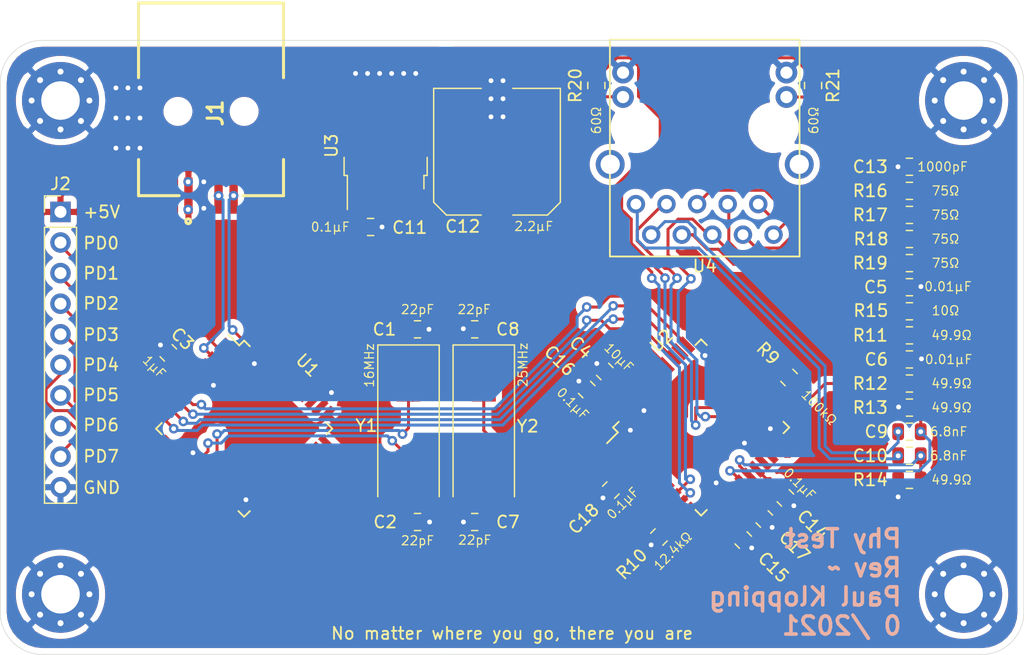
<source format=kicad_pcb>
(kicad_pcb (version 20171130) (host pcbnew "(5.1.6)-1")
  (title_block (title PhyTest) (date 2021-07-07) (rev ~) (company "PK Digital"))
  (layers (0 F.Cu signal) (31 B.Cu signal) (34 B.Paste user) (35 F.Paste user) (36 B.SilkS user) (37 F.SilkS user) (38 B.Mask user) (39 F.Mask user) (44 Edge.Cuts user))
  (net 0 "")
  (net 1 GND)
  (net 2 "Net-(C1-Pad2)")
  (net 3 "Net-(C2-Pad1)")
  (net 4 "Net-(C3-Pad2)")
  (net 5 "Net-(C4-Pad1)")
  (net 6 "Net-(C5-Pad1)")
  (net 7 "Net-(C6-Pad1)")
  (net 8 "Net-(C7-Pad1)")
  (net 9 "Net-(C8-Pad1)")
  (net 10 "Net-(C9-Pad1)")
  (net 11 "Net-(C9-Pad2)")
  (net 12 "Net-(C10-Pad1)")
  (net 13 "Net-(C10-Pad2)")
  (net 14 +5V)
  (net 15 +3V3)
  (net 16 "Net-(C13-Pad1)")
  (net 17 "Net-(J1-Pad3)")
  (net 18 "Net-(J1-Pad2)")
  (net 19 "Net-(R9-Pad1)")
  (net 20 "Net-(R10-Pad2)")
  (net 21 "Net-(R11-Pad2)")
  (net 22 "Net-(R12-Pad1)")
  (net 23 "Net-(R16-Pad1)")
  (net 24 "Net-(R17-Pad1)")
  (net 25 "Net-(R18-Pad1)")
  (net 26 "Net-(R19-Pad1)")
  (net 27 /LEDA)
  (net 28 "Net-(R20-Pad2)")
  (net 29 "Net-(R21-Pad2)")
  (net 30 /LEDB)
  (net 31 "Net-(U1-Pad41)")
  (net 32 "Net-(U1-Pad40)")
  (net 33 "Net-(U1-Pad39)")
  (net 34 "Net-(U1-Pad38)")
  (net 35 "Net-(U1-Pad37)")
  (net 36 "Net-(U1-Pad36)")
  (net 37 "Net-(U1-Pad33)")
  (net 38 "Net-(U1-Pad32)")
  (net 39 "Net-(U1-Pad31)")
  (net 40 "Net-(U1-Pad30)")
  (net 41 "Net-(U1-Pad29)")
  (net 42 "Net-(U1-Pad28)")
  (net 43 "Net-(U1-Pad13)")
  (net 44 "Net-(U1-Pad12)")
  (net 45 MISO)
  (net 46 MOSI)
  (net 47 SCK)
  (net 48 CS)
  (net 49 "Net-(U1-Pad1)")
  (net 50 "Net-(U2-Pad5)")
  (net 51 "Net-(U2-Pad6)")
  (net 52 "Net-(U2-Pad7)")
  (net 53 "Net-(U2-Pad8)")
  (net 54 "Net-(U2-Pad23)")
  (net 55 "Net-(U2-Pad25)")
  (net 56 "Net-(U2-Pad26)")
  (net 57 "Net-(U2-Pad27)")
  (net 58 "Net-(U2-Pad28)")
  (net 59 "Net-(U2-Pad29)")
  (net 60 "Net-(U2-Pad30)")
  (net 61 "Net-(U2-Pad31)")
  (net 62 "Net-(U2-Pad32)")
  (net 63 "Net-(U2-Pad38)")
  (net 64 "Net-(U2-Pad39)")
  (net 65 "Net-(U2-Pad40)")
  (net 66 "Net-(U2-Pad41)")
  (net 67 "Net-(J2-Pad2)")
  (net 68 "Net-(J2-Pad3)")
  (net 69 "Net-(J2-Pad4)")
  (net 70 "Net-(J2-Pad5)")
  (net 71 "Net-(J2-Pad6)")
  (net 72 "Net-(J2-Pad7)")
  (net 73 "Net-(J2-Pad8)")
  (net 74 "Net-(J2-Pad9)")
  (module Symbol:KiCad-Logo_5mm_SolderMask (layer B.Cu) (at 110.75 116.75 180)
    (fp_text reference REF** hide)
    (fp_text value KiCad-Logo_5mm_SolderMask)
  )
  (module PhyTest:TE-5-2337992-3 (layer F.Cu) (at 149 78 180)
    (fp_text reference U4 (at 0 -11.5) (layer F.SilkS))
    (fp_text value TE_5-2337992-3)
    (pad "" thru_hole circle (at 7.85 -3.05 180) (size 2.4 2.4) (drill 1.6) (layers *.Cu *.Mask))
    (pad "" np_thru_hole circle (at 5.715 0 180) (size 3.2 3.2) (drill 3.2) (layers *.Cu *.Mask))
    (pad "" np_thru_hole circle (at -5.715 0 180) (size 3.2 3.2) (drill 3.2) (layers *.Cu *.Mask))
    (pad "" thru_hole circle (at -7.85 -3.05 180) (size 2.4 2.4) (drill 1.6) (layers *.Cu *.Mask))
    (pad 14 thru_hole circle (at 6.785 4.57 180) (size 1.8 1.8) (drill 1.02) (layers *.Cu *.Mask) (net 1 GND))
    (pad 13 thru_hole circle (at 6.785 2.54 180) (size 1.8 1.8) (drill 1.02) (layers *.Cu *.Mask) (net 28 "Net-(R20-Pad2)"))
    (pad 12 thru_hole circle (at -6.785 4.57 180) (size 1.8 1.8) (drill 1.02) (layers *.Cu *.Mask) (net 1 GND))
    (pad 11 thru_hole circle (at -6.785 2.54 180) (size 1.8 1.8) (drill 1.02) (layers *.Cu *.Mask) (net 29 "Net-(R21-Pad2)"))
    (pad 10 thru_hole circle (at -5.715 -8.89 180) (size 1.524 1.524) (drill 0.9) (layers *.Cu *.Mask) (net 25 "Net-(R18-Pad1)"))
    (pad 9 thru_hole circle (at -4.445 -6.35 180) (size 1.524 1.524) (drill 0.9) (layers *.Cu *.Mask) (net 24 "Net-(R17-Pad1)"))
    (pad 8 thru_hole circle (at -3.175 -8.89 180) (size 1.524 1.524) (drill 0.9) (layers *.Cu *.Mask) (net 26 "Net-(R19-Pad1)"))
    (pad 7 thru_hole circle (at -1.905 -6.35 180) (size 1.524 1.524) (drill 0.9) (layers *.Cu *.Mask) (net 6 "Net-(C5-Pad1)"))
    (pad 6 thru_hole circle (at -0.635 -8.89 180) (size 1.524 1.524) (drill 0.9) (layers *.Cu *.Mask) (net 21 "Net-(R11-Pad2)"))
    (pad 5 thru_hole circle (at 0.635 -6.35 180) (size 1.524 1.524) (drill 0.9) (layers *.Cu *.Mask) (net 23 "Net-(R16-Pad1)"))
    (pad 4 thru_hole circle (at 1.905 -8.89 180) (size 1.524 1.524) (drill 0.9) (layers *.Cu *.Mask) (net 7 "Net-(C6-Pad1)"))
    (pad 3 thru_hole circle (at 3.175 -6.35 180) (size 1.524 1.524) (drill 0.9) (layers *.Cu *.Mask) (net 22 "Net-(R12-Pad1)"))
    (pad 2 thru_hole circle (at 4.445 -8.89 180) (size 1.524 1.524) (drill 0.9) (layers *.Cu *.Mask) (net 11 "Net-(C9-Pad2)"))
    (pad 1 thru_hole circle (at 5.715 -6.35 180) (size 1.524 1.524) (drill 0.9) (layers *.Cu *.Mask) (net 13 "Net-(C10-Pad2)"))
  )
  (module Capacitor_SMD:C_0805_2012Metric (layer F.Cu) (at 125.15 110.75)
    (fp_text reference C2 (at -2.6875 0) (layer F.SilkS))
    (fp_text value 22pF (at 0 1.55) (layer F.SilkS) (effects (font (size 0.75 0.75) (thickness 0.1))))
    (pad 2 smd roundrect (at 0.9375 0) (size 0.975 1.4) (layers F.Cu F.Paste F.Mask) (net 1 GND))
    (pad 1 smd roundrect (at -0.9375 0) (size 0.975 1.4) (layers F.Cu F.Paste F.Mask) (net 3 "Net-(C2-Pad1)"))
  )
  (module Capacitor_SMD:C_0805_2012Metric (layer F.Cu) (at 125.15 94.75 180)
    (fp_text reference C1 (at 2.75 0) (layer F.SilkS))
    (fp_text value 22pF (at 0 1.65) (layer F.SilkS) (effects (font (size 0.75 0.75) (thickness 0.1))))
    (pad 1 smd roundrect (at -0.9375 0 180) (size 0.975 1.4) (layers F.Cu F.Paste F.Mask) (net 1 GND))
    (pad 2 smd roundrect (at 0.9375 0 180) (size 0.975 1.4) (layers F.Cu F.Paste F.Mask) (net 2 "Net-(C1-Pad2)"))
  )
  (module Capacitor_SMD:C_0805_2012Metric (layer F.Cu) (at 104.45 96.7 315)
    (fp_text reference C3 (at 0 -1.65 135) (layer F.SilkS))
    (fp_text value 1µF (at 0 1.65 135) (layer F.SilkS) (effects (font (size 0.75 0.75) (thickness 0.1))))
    (pad 2 smd roundrect (at 0.9375 0 315) (size 0.975 1.4) (layers F.Cu F.Paste F.Mask) (net 4 "Net-(C3-Pad2)"))
    (pad 1 smd roundrect (at -0.9375 0 315) (size 0.975 1.4) (layers F.Cu F.Paste F.Mask) (net 1 GND))
  )
  (module Capacitor_SMD:C_0805_2012Metric (layer F.Cu) (at 140.7 98.25 135)
    (fp_text reference C4 (at 2.828427 0 135) (layer F.SilkS))
    (fp_text value 10µF (at 0 1.65 135) (layer F.SilkS) (effects (font (size 0.75 0.75) (thickness 0.1))))
    (pad 1 smd roundrect (at -0.9375 0 135) (size 0.975 1.4) (layers F.Cu F.Paste F.Mask) (net 5 "Net-(C4-Pad1)"))
    (pad 2 smd roundrect (at 0.9375 0 135) (size 0.975 1.4) (layers F.Cu F.Paste F.Mask) (net 1 GND))
  )
  (module Capacitor_SMD:C_0805_2012Metric (layer F.Cu) (at 166 91.25)
    (fp_text reference C5 (at -2.8 0) (layer F.SilkS))
    (fp_text value 0.01µF (at 3.2 -0.05) (layer F.SilkS) (effects (font (size 0.75 0.75) (thickness 0.1))))
    (pad 2 smd roundrect (at 0.9375 0) (size 0.975 1.4) (layers F.Cu F.Paste F.Mask) (net 1 GND))
    (pad 1 smd roundrect (at -0.9375 0) (size 0.975 1.4) (layers F.Cu F.Paste F.Mask) (net 6 "Net-(C5-Pad1)"))
  )
  (module Capacitor_SMD:C_0805_2012Metric (layer F.Cu) (at 166 97.25)
    (fp_text reference C6 (at -2.75 0) (layer F.SilkS))
    (fp_text value 0.01µF (at 3.25 0) (layer F.SilkS) (effects (font (size 0.75 0.75) (thickness 0.1))))
    (pad 1 smd roundrect (at -0.9375 0) (size 0.975 1.4) (layers F.Cu F.Paste F.Mask) (net 7 "Net-(C6-Pad1)"))
    (pad 2 smd roundrect (at 0.9375 0) (size 0.975 1.4) (layers F.Cu F.Paste F.Mask) (net 1 GND))
  )
  (module Capacitor_SMD:C_0805_2012Metric (layer F.Cu) (at 129.9 110.75 180)
    (fp_text reference C7 (at -2.75 0) (layer F.SilkS))
    (fp_text value 22pF (at 0 -1.5) (layer F.SilkS) (effects (font (size 0.75 0.75) (thickness 0.1))))
    (pad 1 smd roundrect (at -0.9375 0 180) (size 0.975 1.4) (layers F.Cu F.Paste F.Mask) (net 8 "Net-(C7-Pad1)"))
    (pad 2 smd roundrect (at 0.9375 0 180) (size 0.975 1.4) (layers F.Cu F.Paste F.Mask) (net 1 GND))
  )
  (module Capacitor_SMD:C_0805_2012Metric (layer F.Cu) (at 129.9 94.75 180)
    (fp_text reference C8 (at -2.75 0) (layer F.SilkS))
    (fp_text value 22pF (at 0.05 1.65) (layer F.SilkS) (effects (font (size 0.75 0.75) (thickness 0.1))))
    (pad 2 smd roundrect (at 0.9375 0 180) (size 0.975 1.4) (layers F.Cu F.Paste F.Mask) (net 1 GND))
    (pad 1 smd roundrect (at -0.9375 0 180) (size 0.975 1.4) (layers F.Cu F.Paste F.Mask) (net 9 "Net-(C8-Pad1)"))
  )
  (module Capacitor_SMD:C_0805_2012Metric (layer F.Cu) (at 166 103.25 180)
    (fp_text reference C9 (at 2.75 0) (layer F.SilkS))
    (fp_text value 6.8nF (at -3.25 0) (layer F.SilkS) (effects (font (size 0.75 0.75) (thickness 0.1))))
    (pad 1 smd roundrect (at -0.9375 0 180) (size 0.975 1.4) (layers F.Cu F.Paste F.Mask) (net 10 "Net-(C9-Pad1)"))
    (pad 2 smd roundrect (at 0.9375 0 180) (size 0.975 1.4) (layers F.Cu F.Paste F.Mask) (net 11 "Net-(C9-Pad2)"))
  )
  (module Capacitor_SMD:C_0805_2012Metric (layer F.Cu) (at 166 105.25 180)
    (fp_text reference C10 (at 3.25 0) (layer F.SilkS))
    (fp_text value 6.8nF (at -3.25 0) (layer F.SilkS) (effects (font (size 0.75 0.75) (thickness 0.1))))
    (pad 1 smd roundrect (at -0.9375 0 180) (size 0.975 1.4) (layers F.Cu F.Paste F.Mask) (net 12 "Net-(C10-Pad1)"))
    (pad 2 smd roundrect (at 0.9375 0 180) (size 0.975 1.4) (layers F.Cu F.Paste F.Mask) (net 13 "Net-(C10-Pad2)"))
  )
  (module Capacitor_SMD:C_0805_2012Metric (layer F.Cu) (at 121.25 86.25)
    (fp_text reference C11 (at 3.25 0.05) (layer F.SilkS))
    (fp_text value 0.1µF (at -3.35 0) (layer F.SilkS) (effects (font (size 0.75 0.75) (thickness 0.1))))
    (pad 2 smd roundrect (at 0.9375 0) (size 0.975 1.4) (layers F.Cu F.Paste F.Mask) (net 1 GND))
    (pad 1 smd roundrect (at -0.9375 0) (size 0.975 1.4) (layers F.Cu F.Paste F.Mask) (net 14 +5V))
  )
  (module Capacitor_SMD:C_Elec_10x10.2 (layer F.Cu) (at 131.75 80 90)
    (fp_text reference C12 (at -6.2 -2.85 180) (layer F.SilkS))
    (fp_text value 2.2µF (at -6.2 3.05 180) (layer F.SilkS) (effects (font (size 0.75 0.75) (thickness 0.1))))
    (pad 1 smd roundrect (at -4.4 0 90) (size 4.6 2.1) (layers F.Cu F.Paste F.Mask) (roundrect_rratio 0.119048) (net 15 +3V3))
    (pad 2 smd roundrect (at 4.4 0 90) (size 4.6 2.1) (layers F.Cu F.Paste F.Mask) (roundrect_rratio 0.119048) (net 1 GND))
  )
  (module Resistor_SMD:R_0805_2012Metric (layer F.Cu) (at 166 81.25 180)
    (fp_text reference C13 (at 3.25 0) (layer F.SilkS))
    (fp_text value 1000pF (at -2.75 0) (layer F.SilkS) (effects (font (size 0.75 0.75) (thickness 0.1))))
    (pad 1 smd roundrect (at -0.9375 0 180) (size 0.975 1.4) (layers F.Cu F.Paste F.Mask) (net 16 "Net-(C13-Pad1)"))
    (pad 2 smd roundrect (at 0.9375 0 180) (size 0.975 1.4) (layers F.Cu F.Paste F.Mask) (net 1 GND))
  )
  (module Capacitor_SMD:C_0805_2012Metric (layer F.Cu) (at 155.7 108.75 135)
    (fp_text reference C14 (at -3.181981 0 135) (layer F.SilkS))
    (fp_text value 0.1µF (at 0 1.65 135) (layer F.SilkS) (effects (font (size 0.75 0.75) (thickness 0.1))))
    (pad 2 smd roundrect (at 0.9375 0 135) (size 0.975 1.4) (layers F.Cu F.Paste F.Mask) (net 15 +3V3))
    (pad 1 smd roundrect (at -0.9375 0 135) (size 0.975 1.4) (layers F.Cu F.Paste F.Mask) (net 1 GND))
  )
  (module Capacitor_SMD:C_0805_2012Metric (layer F.Cu) (at 152.2 112.25 135)
    (fp_text reference C15 (at -3.358757 0.176777 135) (layer F.SilkS))
    (fp_text value 0.1µF)
    (pad 2 smd roundrect (at 0.9375 0 135) (size 0.975 1.4) (layers F.Cu F.Paste F.Mask) (net 15 +3V3))
    (pad 1 smd roundrect (at -0.9375 0 135) (size 0.975 1.4) (layers F.Cu F.Paste F.Mask) (net 1 GND))
  )
  (module Capacitor_SMD:C_0805_2012Metric (layer F.Cu) (at 139.2 99.75 315)
    (fp_text reference C16 (at -3.288047 -0.106066 135) (layer F.SilkS))
    (fp_text value 0.1µF (at 0 1.65 135) (layer F.SilkS) (effects (font (size 0.75 0.75) (thickness 0.1))))
    (pad 1 smd roundrect (at -0.9375 0 315) (size 0.975 1.4) (layers F.Cu F.Paste F.Mask) (net 1 GND))
    (pad 2 smd roundrect (at 0.9375 0 315) (size 0.975 1.4) (layers F.Cu F.Paste F.Mask) (net 15 +3V3))
  )
  (module Capacitor_SMD:C_0805_2012Metric (layer F.Cu) (at 153.95 110.5 135)
    (fp_text reference C17 (at -3.358757 0.176777 135) (layer F.SilkS))
    (fp_text value 0.1µF)
    (pad 2 smd roundrect (at 0.9375 0 135) (size 0.975 1.4) (layers F.Cu F.Paste F.Mask) (net 15 +3V3))
    (pad 1 smd roundrect (at -0.9375 0 135) (size 0.975 1.4) (layers F.Cu F.Paste F.Mask) (net 1 GND))
  )
  (module Capacitor_SMD:C_0805_2012Metric (layer F.Cu) (at 141.2 108.1 45)
    (fp_text reference C18 (at -3.288047 0.106066 45) (layer F.SilkS))
    (fp_text value 0.1µF (at -0.070711 1.484924 45) (layer F.SilkS) (effects (font (size 0.75 0.75) (thickness 0.1))))
    (pad 1 smd roundrect (at -0.9375 0 45) (size 0.975 1.4) (layers F.Cu F.Paste F.Mask) (net 1 GND))
    (pad 2 smd roundrect (at 0.9375 0 45) (size 0.975 1.4) (layers F.Cu F.Paste F.Mask) (net 15 +3V3))
  )
  (module Resistor_SMD:R_0805_2012Metric (layer F.Cu) (at 156 98.75 135)
    (fp_text reference R9 (at 2.65165 0.176777 135) (layer F.SilkS))
    (fp_text value 100kΩ (at -3.535534 0 135) (layer F.SilkS) (effects (font (size 0.75 0.75) (thickness 0.1))))
    (pad 1 smd roundrect (at -0.9375 0 135) (size 0.975 1.4) (layers F.Cu F.Paste F.Mask) (net 19 "Net-(R9-Pad1)"))
    (pad 2 smd roundrect (at 0.9375 0 135) (size 0.975 1.4) (layers F.Cu F.Paste F.Mask) (net 15 +3V3))
  )
  (module Resistor_SMD:R_0805_2012Metric (layer F.Cu) (at 145.2 112 45)
    (fp_text reference R10 (at -3.181981 0 45) (layer F.SilkS))
    (fp_text value 12.4kΩ (at 0 1.65 45) (layer F.SilkS) (effects (font (size 0.75 0.75) (thickness 0.1))))
    (pad 2 smd roundrect (at 0.9375 0 45) (size 0.975 1.4) (layers F.Cu F.Paste F.Mask) (net 20 "Net-(R10-Pad2)"))
    (pad 1 smd roundrect (at -0.9375 0 45) (size 0.975 1.4) (layers F.Cu F.Paste F.Mask) (net 1 GND))
  )
  (module Resistor_SMD:R_0805_2012Metric (layer F.Cu) (at 166 95.25 180)
    (fp_text reference R11 (at 3.25 0) (layer F.SilkS))
    (fp_text value 49.9Ω (at -3.5 0) (layer F.SilkS) (effects (font (size 0.75 0.75) (thickness 0.1))))
    (pad 1 smd roundrect (at -0.9375 0 180) (size 0.975 1.4) (layers F.Cu F.Paste F.Mask) (net 15 +3V3))
    (pad 2 smd roundrect (at 0.9375 0 180) (size 0.975 1.4) (layers F.Cu F.Paste F.Mask) (net 21 "Net-(R11-Pad2)"))
  )
  (module Resistor_SMD:R_0805_2012Metric (layer F.Cu) (at 166 99.25)
    (fp_text reference R12 (at -3.25 0) (layer F.SilkS))
    (fp_text value 49.9Ω (at 3.5 0) (layer F.SilkS) (effects (font (size 0.75 0.75) (thickness 0.1))))
    (pad 2 smd roundrect (at 0.9375 0) (size 0.975 1.4) (layers F.Cu F.Paste F.Mask) (net 15 +3V3))
    (pad 1 smd roundrect (at -0.9375 0) (size 0.975 1.4) (layers F.Cu F.Paste F.Mask) (net 22 "Net-(R12-Pad1)"))
  )
  (module Resistor_SMD:R_0805_2012Metric (layer F.Cu) (at 166 101.25)
    (fp_text reference R13 (at -3.25 0) (layer F.SilkS))
    (fp_text value 49.9Ω (at 3.5 0) (layer F.SilkS) (effects (font (size 0.75 0.75) (thickness 0.1))))
    (pad 1 smd roundrect (at -0.9375 0) (size 0.975 1.4) (layers F.Cu F.Paste F.Mask) (net 1 GND))
    (pad 2 smd roundrect (at 0.9375 0) (size 0.975 1.4) (layers F.Cu F.Paste F.Mask) (net 10 "Net-(C9-Pad1)"))
  )
  (module Resistor_SMD:R_0805_2012Metric (layer F.Cu) (at 166 107.25 180)
    (fp_text reference R14 (at 3.25 0) (layer F.SilkS))
    (fp_text value 49.9Ω (at -3.5 0) (layer F.SilkS) (effects (font (size 0.75 0.75) (thickness 0.1))))
    (pad 2 smd roundrect (at 0.9375 0 180) (size 0.975 1.4) (layers F.Cu F.Paste F.Mask) (net 1 GND))
    (pad 1 smd roundrect (at -0.9375 0 180) (size 0.975 1.4) (layers F.Cu F.Paste F.Mask) (net 12 "Net-(C10-Pad1)"))
  )
  (module Resistor_SMD:R_0805_2012Metric (layer F.Cu) (at 166 93.25)
    (fp_text reference R15 (at -3.2 -0.05) (layer F.SilkS))
    (fp_text value 10Ω (at 3 -0.05) (layer F.SilkS) (effects (font (size 0.75 0.75) (thickness 0.1))))
    (pad 2 smd roundrect (at 0.9375 0) (size 0.975 1.4) (layers F.Cu F.Paste F.Mask) (net 15 +3V3))
    (pad 1 smd roundrect (at -0.9375 0) (size 0.975 1.4) (layers F.Cu F.Paste F.Mask) (net 6 "Net-(C5-Pad1)"))
  )
  (module Resistor_SMD:R_0805_2012Metric (layer F.Cu) (at 140 74.5 270)
    (fp_text reference R20 (at 0 1.75 90) (layer F.SilkS))
    (fp_text value 60Ω (at 2.9 0 90) (layer F.SilkS) (effects (font (size 0.75 0.75) (thickness 0.1))))
    (pad 1 smd roundrect (at -0.9375 0 270) (size 0.975 1.4) (layers F.Cu F.Paste F.Mask) (net 27 /LEDA))
    (pad 2 smd roundrect (at 0.9375 0 270) (size 0.975 1.4) (layers F.Cu F.Paste F.Mask) (net 28 "Net-(R20-Pad2)"))
  )
  (module Resistor_SMD:R_0805_2012Metric (layer F.Cu) (at 158 74.5 270)
    (fp_text reference R21 (at 0 -1.65 90) (layer F.SilkS))
    (fp_text value 60Ω (at 2.9 -0.05 90) (layer F.SilkS) (effects (font (size 0.75 0.75) (thickness 0.1))))
    (pad 2 smd roundrect (at 0.9375 0 270) (size 0.975 1.4) (layers F.Cu F.Paste F.Mask) (net 29 "Net-(R21-Pad2)"))
    (pad 1 smd roundrect (at -0.9375 0 270) (size 0.975 1.4) (layers F.Cu F.Paste F.Mask) (net 30 /LEDB))
  )
  (module Package_QFP:TQFP-44_10x10mm_P0.8mm (layer F.Cu) (at 110.75 103 315)
    (fp_text reference U1 (at 0 -7.45 135) (layer F.SilkS))
    (fp_text value ATmega32U4-AU)
    (pad 44 smd rect (at -4 -5.7 45) (size 1.5 0.55) (layers F.Cu F.Paste F.Mask) (net 14 +5V))
    (pad 43 smd rect (at -3.2 -5.7 45) (size 1.5 0.55) (layers F.Cu F.Paste F.Mask) (net 1 GND))
    (pad 42 smd rect (at -2.4 -5.7 45) (size 1.5 0.55) (layers F.Cu F.Paste F.Mask) (net 14 +5V))
    (pad 41 smd rect (at -1.6 -5.7 45) (size 1.5 0.55) (layers F.Cu F.Paste F.Mask) (net 31 "Net-(U1-Pad41)"))
    (pad 40 smd rect (at -0.8 -5.7 45) (size 1.5 0.55) (layers F.Cu F.Paste F.Mask) (net 32 "Net-(U1-Pad40)"))
    (pad 39 smd rect (at 0 -5.7 45) (size 1.5 0.55) (layers F.Cu F.Paste F.Mask) (net 33 "Net-(U1-Pad39)"))
    (pad 38 smd rect (at 0.8 -5.7 45) (size 1.5 0.55) (layers F.Cu F.Paste F.Mask) (net 34 "Net-(U1-Pad38)"))
    (pad 37 smd rect (at 1.6 -5.7 45) (size 1.5 0.55) (layers F.Cu F.Paste F.Mask) (net 35 "Net-(U1-Pad37)"))
    (pad 36 smd rect (at 2.4 -5.7 45) (size 1.5 0.55) (layers F.Cu F.Paste F.Mask) (net 36 "Net-(U1-Pad36)"))
    (pad 35 smd rect (at 3.2 -5.7 45) (size 1.5 0.55) (layers F.Cu F.Paste F.Mask) (net 1 GND))
    (pad 34 smd rect (at 4 -5.7 45) (size 1.5 0.55) (layers F.Cu F.Paste F.Mask) (net 14 +5V))
    (pad 33 smd rect (at 5.7 -4 315) (size 1.5 0.55) (layers F.Cu F.Paste F.Mask) (net 37 "Net-(U1-Pad33)"))
    (pad 32 smd rect (at 5.7 -3.2 315) (size 1.5 0.55) (layers F.Cu F.Paste F.Mask) (net 38 "Net-(U1-Pad32)"))
    (pad 31 smd rect (at 5.7 -2.4 315) (size 1.5 0.55) (layers F.Cu F.Paste F.Mask) (net 39 "Net-(U1-Pad31)"))
    (pad 30 smd rect (at 5.7 -1.6 315) (size 1.5 0.55) (layers F.Cu F.Paste F.Mask) (net 40 "Net-(U1-Pad30)"))
    (pad 29 smd rect (at 5.7 -0.8 315) (size 1.5 0.55) (layers F.Cu F.Paste F.Mask) (net 41 "Net-(U1-Pad29)"))
    (pad 28 smd rect (at 5.7 0 315) (size 1.5 0.55) (layers F.Cu F.Paste F.Mask) (net 42 "Net-(U1-Pad28)"))
    (pad 27 smd rect (at 5.7 0.8 315) (size 1.5 0.55) (layers F.Cu F.Paste F.Mask) (net 74 "Net-(J2-Pad9)"))
    (pad 26 smd rect (at 5.7 1.6 315) (size 1.5 0.55) (layers F.Cu F.Paste F.Mask) (net 73 "Net-(J2-Pad8)"))
    (pad 25 smd rect (at 5.7 2.4 315) (size 1.5 0.55) (layers F.Cu F.Paste F.Mask) (net 71 "Net-(J2-Pad6)"))
    (pad 24 smd rect (at 5.7 3.2 315) (size 1.5 0.55) (layers F.Cu F.Paste F.Mask) (net 14 +5V))
    (pad 23 smd rect (at 5.7 4 315) (size 1.5 0.55) (layers F.Cu F.Paste F.Mask) (net 1 GND))
    (pad 22 smd rect (at 4 5.7 45) (size 1.5 0.55) (layers F.Cu F.Paste F.Mask) (net 72 "Net-(J2-Pad7)"))
    (pad 21 smd rect (at 3.2 5.7 45) (size 1.5 0.55) (layers F.Cu F.Paste F.Mask) (net 70 "Net-(J2-Pad5)"))
    (pad 20 smd rect (at 2.4 5.7 45) (size 1.5 0.55) (layers F.Cu F.Paste F.Mask) (net 69 "Net-(J2-Pad4)"))
    (pad 19 smd rect (at 1.6 5.7 45) (size 1.5 0.55) (layers F.Cu F.Paste F.Mask) (net 68 "Net-(J2-Pad3)"))
    (pad 18 smd rect (at 0.8 5.7 45) (size 1.5 0.55) (layers F.Cu F.Paste F.Mask) (net 67 "Net-(J2-Pad2)"))
    (pad 17 smd rect (at 0 5.7 45) (size 1.5 0.55) (layers F.Cu F.Paste F.Mask) (net 2 "Net-(C1-Pad2)"))
    (pad 16 smd rect (at -0.8 5.7 45) (size 1.5 0.55) (layers F.Cu F.Paste F.Mask) (net 3 "Net-(C2-Pad1)"))
    (pad 15 smd rect (at -1.6 5.7 45) (size 1.5 0.55) (layers F.Cu F.Paste F.Mask) (net 1 GND))
    (pad 14 smd rect (at -2.4 5.7 45) (size 1.5 0.55) (layers F.Cu F.Paste F.Mask) (net 14 +5V))
    (pad 13 smd rect (at -3.2 5.7 45) (size 1.5 0.55) (layers F.Cu F.Paste F.Mask) (net 43 "Net-(U1-Pad13)"))
    (pad 12 smd rect (at -4 5.7 45) (size 1.5 0.55) (layers F.Cu F.Paste F.Mask) (net 44 "Net-(U1-Pad12)"))
    (pad 11 smd rect (at -5.7 4 315) (size 1.5 0.55) (layers F.Cu F.Paste F.Mask) (net 45 MISO))
    (pad 10 smd rect (at -5.7 3.2 315) (size 1.5 0.55) (layers F.Cu F.Paste F.Mask) (net 46 MOSI))
    (pad 9 smd rect (at -5.7 2.4 315) (size 1.5 0.55) (layers F.Cu F.Paste F.Mask) (net 47 SCK))
    (pad 8 smd rect (at -5.7 1.6 315) (size 1.5 0.55) (layers F.Cu F.Paste F.Mask) (net 48 CS))
    (pad 7 smd rect (at -5.7 0.8 315) (size 1.5 0.55) (layers F.Cu F.Paste F.Mask) (net 14 +5V))
    (pad 6 smd rect (at -5.7 0 315) (size 1.5 0.55) (layers F.Cu F.Paste F.Mask) (net 4 "Net-(C3-Pad2)"))
    (pad 5 smd rect (at -5.7 -0.8 315) (size 1.5 0.55) (layers F.Cu F.Paste F.Mask) (net 1 GND))
    (pad 4 smd rect (at -5.7 -1.6 315) (size 1.5 0.55) (layers F.Cu F.Paste F.Mask) (net 17 "Net-(J1-Pad3)"))
    (pad 3 smd rect (at -5.7 -2.4 315) (size 1.5 0.55) (layers F.Cu F.Paste F.Mask) (net 18 "Net-(J1-Pad2)"))
    (pad 2 smd rect (at -5.7 -3.2 315) (size 1.5 0.55) (layers F.Cu F.Paste F.Mask) (net 14 +5V))
    (pad 1 smd rect (at -5.7 -4 315) (size 1.5 0.55) (layers F.Cu F.Paste F.Mask) (net 49 "Net-(U1-Pad1)"))
  )
  (module Package_QFP:TQFP-44_10x10mm_P0.8mm (layer F.Cu) (at 148.7 102.9 45)
    (fp_text reference U2 (at 2.757716 -7.424621 45) (layer F.SilkS))
    (fp_text value ENC424J600-PT)
    (pad 1 smd rect (at -5.7 -4 45) (size 1.5 0.55) (layers F.Cu F.Paste F.Mask) (net 1 GND))
    (pad 2 smd rect (at -5.7 -3.2 45) (size 1.5 0.55) (layers F.Cu F.Paste F.Mask) (net 9 "Net-(C8-Pad1)"))
    (pad 3 smd rect (at -5.7 -2.4 45) (size 1.5 0.55) (layers F.Cu F.Paste F.Mask) (net 8 "Net-(C7-Pad1)"))
    (pad 4 smd rect (at -5.7 -1.6 45) (size 1.5 0.55) (layers F.Cu F.Paste F.Mask) (net 15 +3V3))
    (pad 5 smd rect (at -5.7 -0.8 45) (size 1.5 0.55) (layers F.Cu F.Paste F.Mask) (net 50 "Net-(U2-Pad5)"))
    (pad 6 smd rect (at -5.7 0 45) (size 1.5 0.55) (layers F.Cu F.Paste F.Mask) (net 51 "Net-(U2-Pad6)"))
    (pad 7 smd rect (at -5.7 0.8 45) (size 1.5 0.55) (layers F.Cu F.Paste F.Mask) (net 52 "Net-(U2-Pad7)"))
    (pad 8 smd rect (at -5.7 1.6 45) (size 1.5 0.55) (layers F.Cu F.Paste F.Mask) (net 53 "Net-(U2-Pad8)"))
    (pad 9 smd rect (at -5.7 2.4 45) (size 1.5 0.55) (layers F.Cu F.Paste F.Mask) (net 30 /LEDB))
    (pad 10 smd rect (at -5.7 3.2 45) (size 1.5 0.55) (layers F.Cu F.Paste F.Mask) (net 27 /LEDA))
    (pad 11 smd rect (at -5.7 4 45) (size 1.5 0.55) (layers F.Cu F.Paste F.Mask) (net 20 "Net-(R10-Pad2)"))
    (pad 12 smd rect (at -4 5.7 135) (size 1.5 0.55) (layers F.Cu F.Paste F.Mask) (net 15 +3V3))
    (pad 13 smd rect (at -3.2 5.7 135) (size 1.5 0.55) (layers F.Cu F.Paste F.Mask) (net 1 GND))
    (pad 14 smd rect (at -2.4 5.7 135) (size 1.5 0.55) (layers F.Cu F.Paste F.Mask) (net 1 GND))
    (pad 15 smd rect (at -1.6 5.7 135) (size 1.5 0.55) (layers F.Cu F.Paste F.Mask) (net 15 +3V3))
    (pad 16 smd rect (at -0.8 5.7 135) (size 1.5 0.55) (layers F.Cu F.Paste F.Mask) (net 10 "Net-(C9-Pad1)"))
    (pad 17 smd rect (at 0 5.7 135) (size 1.5 0.55) (layers F.Cu F.Paste F.Mask) (net 12 "Net-(C10-Pad1)"))
    (pad 18 smd rect (at 0.8 5.7 135) (size 1.5 0.55) (layers F.Cu F.Paste F.Mask) (net 15 +3V3))
    (pad 19 smd rect (at 1.6 5.7 135) (size 1.5 0.55) (layers F.Cu F.Paste F.Mask) (net 1 GND))
    (pad 20 smd rect (at 2.4 5.7 135) (size 1.5 0.55) (layers F.Cu F.Paste F.Mask) (net 21 "Net-(R11-Pad2)"))
    (pad 21 smd rect (at 3.2 5.7 135) (size 1.5 0.55) (layers F.Cu F.Paste F.Mask) (net 22 "Net-(R12-Pad1)"))
    (pad 22 smd rect (at 4 5.7 135) (size 1.5 0.55) (layers F.Cu F.Paste F.Mask) (net 1 GND))
    (pad 23 smd rect (at 5.7 4 45) (size 1.5 0.55) (layers F.Cu F.Paste F.Mask) (net 54 "Net-(U2-Pad23)"))
    (pad 24 smd rect (at 5.7 3.2 45) (size 1.5 0.55) (layers F.Cu F.Paste F.Mask) (net 19 "Net-(R9-Pad1)"))
    (pad 25 smd rect (at 5.7 2.4 45) (size 1.5 0.55) (layers F.Cu F.Paste F.Mask) (net 55 "Net-(U2-Pad25)"))
    (pad 26 smd rect (at 5.7 1.6 45) (size 1.5 0.55) (layers F.Cu F.Paste F.Mask) (net 56 "Net-(U2-Pad26)"))
    (pad 27 smd rect (at 5.7 0.8 45) (size 1.5 0.55) (layers F.Cu F.Paste F.Mask) (net 57 "Net-(U2-Pad27)"))
    (pad 28 smd rect (at 5.7 0 45) (size 1.5 0.55) (layers F.Cu F.Paste F.Mask) (net 58 "Net-(U2-Pad28)"))
    (pad 29 smd rect (at 5.7 -0.8 45) (size 1.5 0.55) (layers F.Cu F.Paste F.Mask) (net 59 "Net-(U2-Pad29)"))
    (pad 30 smd rect (at 5.7 -1.6 45) (size 1.5 0.55) (layers F.Cu F.Paste F.Mask) (net 60 "Net-(U2-Pad30)"))
    (pad 31 smd rect (at 5.7 -2.4 45) (size 1.5 0.55) (layers F.Cu F.Paste F.Mask) (net 61 "Net-(U2-Pad31)"))
    (pad 32 smd rect (at 5.7 -3.2 45) (size 1.5 0.55) (layers F.Cu F.Paste F.Mask) (net 62 "Net-(U2-Pad32)"))
    (pad 33 smd rect (at 5.7 -4 45) (size 1.5 0.55) (layers F.Cu F.Paste F.Mask) (net 1 GND))
    (pad 34 smd rect (at 4 -5.7 135) (size 1.5 0.55) (layers F.Cu F.Paste F.Mask) (net 48 CS))
    (pad 35 smd rect (at 3.2 -5.7 135) (size 1.5 0.55) (layers F.Cu F.Paste F.Mask) (net 46 MOSI))
    (pad 36 smd rect (at 2.4 -5.7 135) (size 1.5 0.55) (layers F.Cu F.Paste F.Mask) (net 45 MISO))
    (pad 37 smd rect (at 1.6 -5.7 135) (size 1.5 0.55) (layers F.Cu F.Paste F.Mask) (net 47 SCK))
    (pad 38 smd rect (at 0.8 -5.7 135) (size 1.5 0.55) (layers F.Cu F.Paste F.Mask) (net 63 "Net-(U2-Pad38)"))
    (pad 39 smd rect (at 0 -5.7 135) (size 1.5 0.55) (layers F.Cu F.Paste F.Mask) (net 64 "Net-(U2-Pad39)"))
    (pad 40 smd rect (at -0.8 -5.7 135) (size 1.5 0.55) (layers F.Cu F.Paste F.Mask) (net 65 "Net-(U2-Pad40)"))
    (pad 41 smd rect (at -1.6 -5.7 135) (size 1.5 0.55) (layers F.Cu F.Paste F.Mask) (net 66 "Net-(U2-Pad41)"))
    (pad 42 smd rect (at -2.4 -5.7 135) (size 1.5 0.55) (layers F.Cu F.Paste F.Mask) (net 1 GND))
    (pad 43 smd rect (at -3.2 -5.7 135) (size 1.5 0.55) (layers F.Cu F.Paste F.Mask) (net 5 "Net-(C4-Pad1)"))
    (pad 44 smd rect (at -4 -5.7 135) (size 1.5 0.55) (layers F.Cu F.Paste F.Mask) (net 15 +3V3))
  )
  (module Package_TO_SOT_SMD:TO-252-2 (layer F.Cu) (at 122.5 79.5 90)
    (fp_text reference U3 (at 0 -4.5 90) (layer F.SilkS))
    (fp_text value LF33_TO252)
    (pad 1 smd rect (at -4.2 -2.28 90) (size 2.2 1.2) (layers F.Cu F.Paste F.Mask) (net 14 +5V))
    (pad 3 smd rect (at -4.2 2.28 90) (size 2.2 1.2) (layers F.Cu F.Paste F.Mask) (net 15 +3V3))
    (pad 2 smd rect (at 2.1 0 90) (size 6.4 5.8) (layers F.Cu F.Mask) (net 1 GND))
  )
  (module Crystal:Crystal_SMD_HC49-SD (layer F.Cu) (at 124.4 102.75 270)
    (fp_text reference Y1 (at 0 3.5 180) (layer F.SilkS))
    (fp_text value 16MHz (at -5 3.25 90) (layer F.SilkS) (effects (font (size 0.75 0.75) (thickness 0.1))))
    (pad 1 smd rect (at -4.25 0 270) (size 4.5 2) (layers F.Cu F.Paste F.Mask) (net 2 "Net-(C1-Pad2)"))
    (pad 2 smd rect (at 4.25 0 270) (size 4.5 2) (layers F.Cu F.Paste F.Mask) (net 3 "Net-(C2-Pad1)"))
  )
  (module Crystal:Crystal_SMD_HC49-SD (layer F.Cu) (at 130.65 102.75 270)
    (fp_text reference Y2 (at 0.05 -3.65 180) (layer F.SilkS))
    (fp_text value 25MHz (at -5.05 -3.25 90) (layer F.SilkS) (effects (font (size 0.75 0.75) (thickness 0.1))))
    (pad 2 smd rect (at 4.25 0 270) (size 4.5 2) (layers F.Cu F.Paste F.Mask) (net 8 "Net-(C7-Pad1)"))
    (pad 1 smd rect (at -4.25 0 270) (size 4.5 2) (layers F.Cu F.Paste F.Mask) (net 9 "Net-(C8-Pad1)"))
  )
  (module Resistor_SMD:R_0805_2012Metric (layer F.Cu) (at 166 83.25)
    (fp_text reference R16 (at -3.25 0) (layer F.SilkS))
    (fp_text value 75Ω (at 3 0) (layer F.SilkS) (effects (font (size 0.75 0.75) (thickness 0.1))))
    (pad 2 smd roundrect (at 0.9375 0) (size 0.975 1.4) (layers F.Cu F.Paste F.Mask) (net 16 "Net-(C13-Pad1)"))
    (pad 1 smd roundrect (at -0.9375 0) (size 0.975 1.4) (layers F.Cu F.Paste F.Mask) (net 23 "Net-(R16-Pad1)"))
  )
  (module Resistor_SMD:R_0805_2012Metric (layer F.Cu) (at 166 85.25)
    (fp_text reference R17 (at -3.25 0) (layer F.SilkS))
    (fp_text value 75Ω (at 3 0) (layer F.SilkS) (effects (font (size 0.75 0.75) (thickness 0.1))))
    (pad 2 smd roundrect (at 0.9375 0) (size 0.975 1.4) (layers F.Cu F.Paste F.Mask) (net 16 "Net-(C13-Pad1)"))
    (pad 1 smd roundrect (at -0.9375 0) (size 0.975 1.4) (layers F.Cu F.Paste F.Mask) (net 24 "Net-(R17-Pad1)"))
  )
  (module Resistor_SMD:R_0805_2012Metric (layer F.Cu) (at 166 87.25)
    (fp_text reference R18 (at -3.1875 0) (layer F.SilkS))
    (fp_text value 75Ω (at 3 0) (layer F.SilkS) (effects (font (size 0.75 0.75) (thickness 0.1))))
    (pad 1 smd roundrect (at -0.9375 0) (size 0.975 1.4) (layers F.Cu F.Paste F.Mask) (net 25 "Net-(R18-Pad1)"))
    (pad 2 smd roundrect (at 0.9375 0) (size 0.975 1.4) (layers F.Cu F.Paste F.Mask) (net 16 "Net-(C13-Pad1)"))
  )
  (module Resistor_SMD:R_0805_2012Metric (layer F.Cu) (at 166 89.25)
    (fp_text reference R19 (at -3.25 0) (layer F.SilkS))
    (fp_text value 75Ω (at 3 0) (layer F.SilkS) (effects (font (size 0.75 0.75) (thickness 0.1))))
    (pad 1 smd roundrect (at -0.9375 0) (size 0.975 1.4) (layers F.Cu F.Paste F.Mask) (net 26 "Net-(R19-Pad1)"))
    (pad 2 smd roundrect (at 0.9375 0) (size 0.975 1.4) (layers F.Cu F.Paste F.Mask) (net 16 "Net-(C13-Pad1)"))
  )
  (module Samac:1-1734346-1_1 (layer F.Cu) (at 108 67.65 90)
    (fp_text reference J1 (at -9.137 0.357 90) (layer F.SilkS) (effects (font (size 1.27 1.27) (thickness 0.254))))
    (fp_text value USB_B hide)
    (pad 1 smd rect (at -16 -1.875 180) (size 0.7 3) (layers F.Cu F.Paste F.Mask) (net 14 +5V))
    (pad 2 smd rect (at -16 0.625 180) (size 0.7 3) (layers F.Cu F.Paste F.Mask) (net 18 "Net-(J1-Pad2)"))
    (pad 3 smd rect (at -16 1.875 180) (size 0.7 3) (layers F.Cu F.Paste F.Mask) (net 17 "Net-(J1-Pad3)"))
    (pad 4 smd rect (at -16 -0.625 180) (size 0.7 3) (layers F.Cu F.Paste F.Mask) (net 1 GND))
    (pad 5 smd rect (at -9.58 -6.92 180) (size 3.4 6.04) (layers F.Cu F.Paste F.Mask) (net 1 GND))
    (pad 6 smd rect (at -9.58 6.92 180) (size 3.4 6.04) (layers F.Cu F.Paste F.Mask))
    (pad 7 np_thru_hole circle (at -9 -2.75 90) (size 1.4 0) (drill 1.4) (layers *.Cu *.Mask))
    (pad 8 np_thru_hole circle (at -9 2.75 90) (size 1.4 0) (drill 1.4) (layers *.Cu *.Mask))
  )
  (module MountingHole:MountingHole_3.2mm_M3_Pad_Via (layer F.Cu) (at 95.5 75.75)
    (fp_text reference H1 hide)
    (fp_text value MNT)
    (pad 1 thru_hole circle (at 1.697056 -1.697056) (size 0.8 0.8) (drill 0.5) (layers *.Cu *.Mask) (net 1 GND))
    (pad 1 thru_hole circle (at 0 -2.4) (size 0.8 0.8) (drill 0.5) (layers *.Cu *.Mask) (net 1 GND))
    (pad 1 thru_hole circle (at -1.697056 -1.697056) (size 0.8 0.8) (drill 0.5) (layers *.Cu *.Mask) (net 1 GND))
    (pad 1 thru_hole circle (at -2.4 0) (size 0.8 0.8) (drill 0.5) (layers *.Cu *.Mask) (net 1 GND))
    (pad 1 thru_hole circle (at -1.697056 1.697056) (size 0.8 0.8) (drill 0.5) (layers *.Cu *.Mask) (net 1 GND))
    (pad 1 thru_hole circle (at 0 2.4) (size 0.8 0.8) (drill 0.5) (layers *.Cu *.Mask) (net 1 GND))
    (pad 1 thru_hole circle (at 1.697056 1.697056) (size 0.8 0.8) (drill 0.5) (layers *.Cu *.Mask) (net 1 GND))
    (pad 1 thru_hole circle (at 2.4 0) (size 0.8 0.8) (drill 0.5) (layers *.Cu *.Mask) (net 1 GND))
    (pad 1 thru_hole circle (at 0 0) (size 6.4 6.4) (drill 3.2) (layers *.Cu *.Mask) (net 1 GND))
  )
  (module MountingHole:MountingHole_3.2mm_M3_Pad_Via (layer F.Cu) (at 95.5 116.75)
    (fp_text reference H2 hide)
    (fp_text value MNT)
    (pad 1 thru_hole circle (at 0 0) (size 6.4 6.4) (drill 3.2) (layers *.Cu *.Mask) (net 1 GND))
    (pad 1 thru_hole circle (at 2.4 0) (size 0.8 0.8) (drill 0.5) (layers *.Cu *.Mask) (net 1 GND))
    (pad 1 thru_hole circle (at 1.697056 1.697056) (size 0.8 0.8) (drill 0.5) (layers *.Cu *.Mask) (net 1 GND))
    (pad 1 thru_hole circle (at 0 2.4) (size 0.8 0.8) (drill 0.5) (layers *.Cu *.Mask) (net 1 GND))
    (pad 1 thru_hole circle (at -1.697056 1.697056) (size 0.8 0.8) (drill 0.5) (layers *.Cu *.Mask) (net 1 GND))
    (pad 1 thru_hole circle (at -2.4 0) (size 0.8 0.8) (drill 0.5) (layers *.Cu *.Mask) (net 1 GND))
    (pad 1 thru_hole circle (at -1.697056 -1.697056) (size 0.8 0.8) (drill 0.5) (layers *.Cu *.Mask) (net 1 GND))
    (pad 1 thru_hole circle (at 0 -2.4) (size 0.8 0.8) (drill 0.5) (layers *.Cu *.Mask) (net 1 GND))
    (pad 1 thru_hole circle (at 1.697056 -1.697056) (size 0.8 0.8) (drill 0.5) (layers *.Cu *.Mask) (net 1 GND))
  )
  (module MountingHole:MountingHole_3.2mm_M3_Pad_Via (layer F.Cu) (at 170.5 75.75)
    (fp_text reference H3 hide)
    (fp_text value MNT)
    (pad 1 thru_hole circle (at 1.697056 -1.697056) (size 0.8 0.8) (drill 0.5) (layers *.Cu *.Mask) (net 1 GND))
    (pad 1 thru_hole circle (at 0 -2.4) (size 0.8 0.8) (drill 0.5) (layers *.Cu *.Mask) (net 1 GND))
    (pad 1 thru_hole circle (at -1.697056 -1.697056) (size 0.8 0.8) (drill 0.5) (layers *.Cu *.Mask) (net 1 GND))
    (pad 1 thru_hole circle (at -2.4 0) (size 0.8 0.8) (drill 0.5) (layers *.Cu *.Mask) (net 1 GND))
    (pad 1 thru_hole circle (at -1.697056 1.697056) (size 0.8 0.8) (drill 0.5) (layers *.Cu *.Mask) (net 1 GND))
    (pad 1 thru_hole circle (at 0 2.4) (size 0.8 0.8) (drill 0.5) (layers *.Cu *.Mask) (net 1 GND))
    (pad 1 thru_hole circle (at 1.697056 1.697056) (size 0.8 0.8) (drill 0.5) (layers *.Cu *.Mask) (net 1 GND))
    (pad 1 thru_hole circle (at 2.4 0) (size 0.8 0.8) (drill 0.5) (layers *.Cu *.Mask) (net 1 GND))
    (pad 1 thru_hole circle (at 0 0) (size 6.4 6.4) (drill 3.2) (layers *.Cu *.Mask) (net 1 GND))
  )
  (module MountingHole:MountingHole_3.2mm_M3_Pad_Via (layer F.Cu) (at 170.5 116.75)
    (fp_text reference H4 hide)
    (fp_text value MNT)
    (pad 1 thru_hole circle (at 0 0) (size 6.4 6.4) (drill 3.2) (layers *.Cu *.Mask) (net 1 GND))
    (pad 1 thru_hole circle (at 2.4 0) (size 0.8 0.8) (drill 0.5) (layers *.Cu *.Mask) (net 1 GND))
    (pad 1 thru_hole circle (at 1.697056 1.697056) (size 0.8 0.8) (drill 0.5) (layers *.Cu *.Mask) (net 1 GND))
    (pad 1 thru_hole circle (at 0 2.4) (size 0.8 0.8) (drill 0.5) (layers *.Cu *.Mask) (net 1 GND))
    (pad 1 thru_hole circle (at -1.697056 1.697056) (size 0.8 0.8) (drill 0.5) (layers *.Cu *.Mask) (net 1 GND))
    (pad 1 thru_hole circle (at -2.4 0) (size 0.8 0.8) (drill 0.5) (layers *.Cu *.Mask) (net 1 GND))
    (pad 1 thru_hole circle (at -1.697056 -1.697056) (size 0.8 0.8) (drill 0.5) (layers *.Cu *.Mask) (net 1 GND))
    (pad 1 thru_hole circle (at 0 -2.4) (size 0.8 0.8) (drill 0.5) (layers *.Cu *.Mask) (net 1 GND))
    (pad 1 thru_hole circle (at 1.697056 -1.697056) (size 0.8 0.8) (drill 0.5) (layers *.Cu *.Mask) (net 1 GND))
  )
  (module Connector_PinHeader_2.54mm:PinHeader_1x10_P2.54mm_Vertical (layer F.Cu) (at 95.5 85)
    (fp_text reference J2 (at 0 -2.33) (layer F.SilkS))
    (fp_text value Conn_01x10)
    (pad 10 thru_hole oval (at 0 22.86) (size 1.7 1.7) (drill 1) (layers *.Cu *.Mask) (net 1 GND))
    (pad 9 thru_hole oval (at 0 20.32) (size 1.7 1.7) (drill 1) (layers *.Cu *.Mask) (net 74 "Net-(J2-Pad9)"))
    (pad 8 thru_hole oval (at 0 17.78) (size 1.7 1.7) (drill 1) (layers *.Cu *.Mask) (net 73 "Net-(J2-Pad8)"))
    (pad 7 thru_hole oval (at 0 15.24) (size 1.7 1.7) (drill 1) (layers *.Cu *.Mask) (net 72 "Net-(J2-Pad7)"))
    (pad 6 thru_hole oval (at 0 12.7) (size 1.7 1.7) (drill 1) (layers *.Cu *.Mask) (net 71 "Net-(J2-Pad6)"))
    (pad 5 thru_hole oval (at 0 10.16) (size 1.7 1.7) (drill 1) (layers *.Cu *.Mask) (net 70 "Net-(J2-Pad5)"))
    (pad 4 thru_hole oval (at 0 7.62) (size 1.7 1.7) (drill 1) (layers *.Cu *.Mask) (net 69 "Net-(J2-Pad4)"))
    (pad 3 thru_hole oval (at 0 5.08) (size 1.7 1.7) (drill 1) (layers *.Cu *.Mask) (net 68 "Net-(J2-Pad3)"))
    (pad 2 thru_hole oval (at 0 2.54) (size 1.7 1.7) (drill 1) (layers *.Cu *.Mask) (net 67 "Net-(J2-Pad2)"))
    (pad 1 thru_hole rect (at 0 0) (size 1.7 1.7) (drill 1) (layers *.Cu *.Mask) (net 14 +5V))
  )
  (gr_text GND (at 97.3 107.9) (layer F.SilkS) (effects (font (size 1 1)) (justify left)))
  (gr_text PD7 (at 97.3 105.3) (layer F.SilkS) (effects (font (size 1 1)) (justify left)))
  (gr_text PD6 (at 97.3 102.7) (layer F.SilkS) (effects (font (size 1 1)) (justify left)))
  (gr_text PD5 (at 97.3 100.2) (layer F.SilkS) (effects (font (size 1 1)) (justify left)))
  (gr_text PD4 (at 97.3 97.7) (layer F.SilkS) (effects (font (size 1 1)) (justify left)))
  (gr_text PD3 (at 97.3 95.2) (layer F.SilkS) (effects (font (size 1 1)) (justify left)))
  (gr_text PD2 (at 97.3 92.6) (layer F.SilkS) (effects (font (size 1 1)) (justify left)))
  (gr_text PD1 (at 97.3 90.1) (layer F.SilkS) (effects (font (size 1 1)) (justify left)))
  (gr_text PD0 (at 97.3 87.6) (layer F.SilkS) (effects (font (size 1 1)) (justify left)))
  (gr_text +5V (at 97.3 85) (layer F.SilkS) (effects (font (size 1 1)) (justify left)))
  (gr_text "No matter where you go, there you are" (at 133 120) (layer F.SilkS) (effects (font (size 1 1))))
  (gr_text "Phy Test\nRev ~~\nPaul Klopping\n0 /2021" (at 165.5 115.75) (layer B.SilkS) (effects (font (size 1.5 1.5) (thickness 0.3)) (justify left mirror)))
  (gr_arc (start 94 118.25) (end 90.5 118.25) (angle -90) (layer Edge.Cuts) (width 0.05))
  (gr_arc (start 94 74.25) (end 94 70.75) (angle -90) (layer Edge.Cuts) (width 0.05))
  (gr_arc (start 172 118.25) (end 172 121.75) (angle -90) (layer Edge.Cuts) (width 0.05))
  (gr_arc (start 172 74.25) (end 175.5 74.25) (angle -90) (layer Edge.Cuts) (width 0.05))
  (gr_line (start 94 70.75) (end 172 70.75) (layer Edge.Cuts) (width 0.05))
  (gr_line (start 172 121.75) (end 94 121.75) (layer Edge.Cuts) (width 0.05))
  (gr_line (start 175.5 74.25) (end 175.5 118.25) (layer Edge.Cuts) (width 0.05))
  (gr_line (start 90.5 118.25) (end 90.5 74.25) (layer Edge.Cuts) (width 0.05))
  (via (at 128.95 94.7) (size 0.8) (drill 0.4) (layers F.Cu B.Cu) (net 1))
  (via (at 156.4 109.4) (size 0.8) (drill 0.4) (layers F.Cu B.Cu) (net 1))
  (via (at 154.6 111.2) (size 0.8) (drill 0.4) (layers F.Cu B.Cu) (net 1))
  (via (at 152.9 112.9) (size 0.8) (drill 0.4) (layers F.Cu B.Cu) (net 1))
  (via (at 144.55 112.65) (size 0.8) (drill 0.4) (layers F.Cu B.Cu) (net 1))
  (via (at 140.55 108.75) (size 0.8) (drill 0.4) (layers F.Cu B.Cu) (net 1))
  (via (at 101.1 79.7) (size 0.8) (drill 0.4) (layers F.Cu B.Cu) (net 1))
  (via (at 101.1 77.2) (size 0.8) (drill 0.4) (layers F.Cu B.Cu) (net 1))
  (via (at 101.1 74.7) (size 0.8) (drill 0.4) (layers F.Cu B.Cu) (net 1))
  (via (at 102.1 77.2) (size 0.8) (drill 0.4) (layers F.Cu B.Cu) (net 1))
  (via (at 100.1 77.2) (size 0.8) (drill 0.4) (layers F.Cu B.Cu) (net 1))
  (via (at 100.1 79.7) (size 0.8) (drill 0.4) (layers F.Cu B.Cu) (net 1))
  (via (at 102.1 79.7) (size 0.8) (drill 0.4) (layers F.Cu B.Cu) (net 1))
  (via (at 102.1 74.7) (size 0.8) (drill 0.4) (layers F.Cu B.Cu) (net 1))
  (via (at 100.1 74.7) (size 0.8) (drill 0.4) (layers F.Cu B.Cu) (net 1))
  (via (at 107.4 84.7) (size 0.8) (drill 0.4) (layers F.Cu B.Cu) (net 1))
  (via (at 107.4 82.5) (size 0.8) (drill 0.4) (layers F.Cu B.Cu) (net 1))
  (via (at 126.1 94.75) (size 0.8) (drill 0.4) (layers F.Cu B.Cu) (net 1))
  (via (at 103.8 96.05) (size 0.8) (drill 0.4) (layers F.Cu B.Cu) (net 1))
  (via (at 132.25 75.6) (size 0.8) (drill 0.4) (layers F.Cu B.Cu) (net 1))
  (via (at 131.25 75.6) (size 0.8) (drill 0.4) (layers F.Cu B.Cu) (net 1))
  (via (at 131.25 77.1) (size 0.8) (drill 0.4) (layers F.Cu B.Cu) (net 1))
  (via (at 132.25 77.1) (size 0.8) (drill 0.4) (layers F.Cu B.Cu) (net 1))
  (via (at 132.25 74.1) (size 0.8) (drill 0.4) (layers F.Cu B.Cu) (net 1))
  (via (at 131.25 74.1) (size 0.8) (drill 0.4) (layers F.Cu B.Cu) (net 1))
  (via (at 122.2 86.25) (size 0.8) (drill 0.4) (layers F.Cu B.Cu) (net 1))
  (via (at 120 73.5) (size 0.8) (drill 0.4) (layers F.Cu B.Cu) (net 1))
  (via (at 121 73.5) (size 0.8) (drill 0.4) (layers F.Cu B.Cu) (net 1))
  (via (at 122 73.5) (size 0.8) (drill 0.4) (layers F.Cu B.Cu) (net 1))
  (via (at 123 73.5) (size 0.8) (drill 0.4) (layers F.Cu B.Cu) (net 1))
  (via (at 124 73.5) (size 0.8) (drill 0.4) (layers F.Cu B.Cu) (net 1))
  (via (at 125 73.5) (size 0.8) (drill 0.4) (layers F.Cu B.Cu) (net 1))
  (segment (start 120 74.9) (end 122.5 77.4) (width 0.25) (layer F.Cu) (net 1))
  (segment (start 120 73.5) (end 120 74.9) (width 0.25) (layer F.Cu) (net 1))
  (segment (start 121 75.9) (end 122.5 77.4) (width 0.25) (layer F.Cu) (net 1))
  (segment (start 121 73.5) (end 121 75.9) (width 0.25) (layer F.Cu) (net 1))
  (segment (start 122 76.9) (end 122.5 77.4) (width 0.25) (layer F.Cu) (net 1))
  (segment (start 122 73.5) (end 122 76.9) (width 0.25) (layer F.Cu) (net 1))
  (segment (start 123 76.9) (end 122.5 77.4) (width 0.25) (layer F.Cu) (net 1))
  (segment (start 123 73.5) (end 123 76.9) (width 0.25) (layer F.Cu) (net 1))
  (segment (start 124 75.9) (end 122.5 77.4) (width 0.25) (layer F.Cu) (net 1))
  (segment (start 124 73.5) (end 124 75.9) (width 0.25) (layer F.Cu) (net 1))
  (segment (start 125 74.9) (end 122.5 77.4) (width 0.25) (layer F.Cu) (net 1))
  (segment (start 125 73.5) (end 125 74.9) (width 0.25) (layer F.Cu) (net 1))
  (via (at 138.55 99.05) (size 0.8) (drill 0.4) (layers F.Cu B.Cu) (net 1))
  (segment (start 138.537087 99.087087) (end 138.45 99) (width 0.25) (layer F.Cu) (net 1))
  (via (at 140.037087 97.587087) (size 0.8) (drill 0.4) (layers F.Cu B.Cu) (net 1))
  (segment (start 139.95 97.5) (end 140.037087 97.587087) (width 0.25) (layer F.Cu) (net 1))
  (via (at 154.45 103) (size 0.8) (drill 0.4) (layers F.Cu B.Cu) (net 1))
  (segment (start 155.558936 104.102082) (end 155.552082 104.102082) (width 0.25) (layer F.Cu) (net 1))
  (segment (start 155.552082 104.102082) (end 154.45 103) (width 0.25) (layer F.Cu) (net 1))
  (via (at 149.95 107.5) (size 0.8) (drill 0.4) (layers F.Cu B.Cu) (net 1))
  (segment (start 151.033452 108.627565) (end 151.033452 108.583452) (width 0.25) (layer F.Cu) (net 1))
  (segment (start 151.033452 108.583452) (end 149.95 107.5) (width 0.25) (layer F.Cu) (net 1))
  (via (at 143.95 101.5) (size 0.8) (drill 0.4) (layers F.Cu B.Cu) (net 1))
  (segment (start 142.972435 100.566548) (end 143.016548 100.566548) (width 0.25) (layer F.Cu) (net 1))
  (segment (start 143.016548 100.566548) (end 143.95 101.5) (width 0.25) (layer F.Cu) (net 1))
  (via (at 111.6 97.6) (size 0.8) (drill 0.4) (layers F.Cu B.Cu) (net 1))
  (segment (start 112.49325 96.70675) (end 112.517767 96.70675) (width 0.25) (layer F.Cu) (net 1))
  (segment (start 111.6 97.6) (end 112.49325 96.70675) (width 0.25) (layer F.Cu) (net 1))
  (segment (start 108.2 99.318629) (end 107.285177 98.403806) (width 0.25) (layer F.Cu) (net 1))
  (via (at 108.2 99.4) (size 0.8) (drill 0.4) (layers F.Cu B.Cu) (net 1))
  (segment (start 108.2 99.4) (end 108.2 99.318629) (width 0.25) (layer F.Cu) (net 1))
  (via (at 126.15 110.75) (size 0.8) (drill 0.4) (layers F.Cu B.Cu) (net 1))
  (via (at 110.9 108.9) (size 0.8) (drill 0.4) (layers F.Cu B.Cu) (net 1))
  (segment (start 110.993146 108.9) (end 111.952082 109.858936) (width 0.25) (layer F.Cu) (net 1))
  (segment (start 110.9 108.9) (end 110.993146 108.9) (width 0.25) (layer F.Cu) (net 1))
  (via (at 167 97.2) (size 0.8) (drill 0.4) (layers F.Cu B.Cu) (net 1))
  (segment (start 166.9375 97.25) (end 166.95 97.25) (width 0.25) (layer F.Cu) (net 1))
  (segment (start 166.95 97.25) (end 167 97.2) (width 0.25) (layer F.Cu) (net 1))
  (via (at 166.95 91.2) (size 0.8) (drill 0.4) (layers F.Cu B.Cu) (net 1))
  (segment (start 166.9375 91.25) (end 166.95 91.25) (width 0.25) (layer F.Cu) (net 1))
  (segment (start 166.95 91.25) (end 167 91.2) (width 0.25) (layer F.Cu) (net 1))
  (via (at 165.05 81.25) (size 0.8) (drill 0.4) (layers F.Cu B.Cu) (net 1))
  (segment (start 165.0625 81.25) (end 165.05 81.25) (width 0.25) (layer F.Cu) (net 1))
  (segment (start 165.05 81.25) (end 165 81.2) (width 0.25) (layer F.Cu) (net 1))
  (via (at 152.3 104.2) (size 0.8) (drill 0.4) (layers F.Cu B.Cu) (net 1))
  (segment (start 152.3 104.237258) (end 153.86188 105.799138) (width 0.25) (layer F.Cu) (net 1))
  (segment (start 152.3 104.2) (end 152.3 104.237258) (width 0.25) (layer F.Cu) (net 1))
  (via (at 118 100) (size 0.8) (drill 0.4) (layers F.Cu B.Cu) (net 1))
  (segment (start 118 100.275483) (end 117.04325 101.232233) (width 0.25) (layer F.Cu) (net 1))
  (segment (start 118 100) (end 118 100.275483) (width 0.25) (layer F.Cu) (net 1))
  (segment (start 141.847918 104.102082) (end 141.841064 104.102082) (width 0.25) (layer F.Cu) (net 1))
  (via (at 142.825 103.125) (size 0.8) (drill 0.4) (layers F.Cu B.Cu) (net 1))
  (segment (start 142.825 103.125) (end 141.847918 104.102082) (width 0.25) (layer F.Cu) (net 1))
  (segment (start 165.05 107.25) (end 165.05 107.25) (width 0.25) (layer F.Cu) (net 1))
  (segment (start 165.0625 101.25) (end 165.0625 101.2375) (width 0.25) (layer F.Cu) (net 1))
  (via (at 165.1 101.2) (size 0.8) (drill 0.4) (layers F.Cu B.Cu) (net 1))
  (segment (start 165.0625 101.2375) (end 165.1 101.2) (width 0.25) (layer F.Cu) (net 1))
  (segment (start 151.033452 108.627565) (end 150.467767 109.19325) (width 0.25) (layer F.Cu) (net 1))
  (segment (start 165.0625 108.6625) (end 165.0625 107.25) (width 0.25) (layer F.Cu) (net 1))
  (via (at 165.0625 108.6625) (size 0.8) (drill 0.4) (layers F.Cu B.Cu) (net 1))
  (via (at 128.9625 110.75) (size 0.8) (drill 0.4) (layers F.Cu B.Cu) (net 1))
  (segment (start 105.600862 105.899138) (end 105.58812 105.899138) (width 0.25) (layer F.Cu) (net 1))
  (via (at 106.5 105) (size 0.8) (drill 0.4) (layers F.Cu B.Cu) (net 1))
  (segment (start 106.5 105) (end 105.600862 105.899138) (width 0.25) (layer F.Cu) (net 1))
  (via (at 149.025 96.925) (size 0.8) (drill 0.4) (layers F.Cu B.Cu) (net 1))
  (segment (start 149.902082 96.047918) (end 149.902082 96.041064) (width 0.25) (layer F.Cu) (net 1))
  (segment (start 149.025 96.925) (end 149.902082 96.047918) (width 0.25) (layer F.Cu) (net 1))
  (segment (start 124.75 100.65) (end 124.75 98.5) (width 0.25) (layer F.Cu) (net 2))
  (segment (start 124.2 97.75) (end 124.75 98.3) (width 0.25) (layer F.Cu) (net 2))
  (segment (start 124.2125 94.75) (end 124.2 94.7625) (width 0.25) (layer F.Cu) (net 2))
  (segment (start 124.2 94.7625) (end 124.2 97.75) (width 0.25) (layer F.Cu) (net 2))
  (segment (start 123.9 103.45) (end 124.4 102.95) (width 0.25) (layer F.Cu) (net 2))
  (via (at 123.9 103.45) (size 0.8) (drill 0.4) (layers F.Cu B.Cu) (net 2))
  (segment (start 124.4 102.95) (end 124.4 100.65) (width 0.25) (layer F.Cu) (net 2))
  (segment (start 123.6 103.15) (end 123.9 103.45) (width 0.25) (layer B.Cu) (net 2))
  (segment (start 109.1 103.15) (end 123.6 103.15) (width 0.25) (layer B.Cu) (net 2))
  (via (at 108.5 103.45) (size 0.8) (drill 0.4) (layers F.Cu B.Cu) (net 2))
  (segment (start 108.5 103.45) (end 108.5 105.5) (width 0.25) (layer F.Cu) (net 2))
  (segment (start 108.5 105.5) (end 106.969491 107.030509) (width 0.25) (layer F.Cu) (net 2))
  (segment (start 108.8 103.45) (end 109.1 103.15) (width 0.25) (layer B.Cu) (net 2))
  (segment (start 106.969491 107.030509) (end 106.719491 107.030509) (width 0.25) (layer F.Cu) (net 2))
  (segment (start 108.5 103.45) (end 108.8 103.45) (width 0.25) (layer B.Cu) (net 2))
  (segment (start 124.4 110.5) (end 124.4 106.8) (width 0.25) (layer F.Cu) (net 3))
  (segment (start 124.4 106.8) (end 124.4 107) (width 0.25) (layer F.Cu) (net 3))
  (via (at 123.05 104) (size 0.8) (drill 0.4) (layers F.Cu B.Cu) (net 3))
  (segment (start 124.4 105.35) (end 124.4 106.8) (width 0.25) (layer F.Cu) (net 3))
  (segment (start 123.05 104) (end 124.4 105.35) (width 0.25) (layer F.Cu) (net 3))
  (segment (start 107.75 104.2) (end 107.75 104.868629) (width 0.25) (layer F.Cu) (net 3))
  (segment (start 107.75 104.2) (end 108.85 104.2) (width 0.25) (layer B.Cu) (net 3))
  (segment (start 107.75 104.868629) (end 106.153806 106.464823) (width 0.25) (layer F.Cu) (net 3))
  (segment (start 108.85 104.2) (end 109.45 103.6) (width 0.25) (layer B.Cu) (net 3))
  (segment (start 122.65 103.6) (end 123.05 104) (width 0.25) (layer B.Cu) (net 3))
  (via (at 107.75 104.2) (size 0.8) (drill 0.4) (layers F.Cu B.Cu) (net 3))
  (segment (start 109.45 103.6) (end 122.65 103.6) (width 0.25) (layer B.Cu) (net 3))
  (segment (start 105.112913 97.362913) (end 106.719491 98.969491) (width 0.25) (layer F.Cu) (net 4))
  (segment (start 141.362913 100.088396) (end 142.40675 101.132233) (width 0.25) (layer F.Cu) (net 5))
  (segment (start 141.362913 98.912913) (end 141.362913 100.088396) (width 0.25) (layer F.Cu) (net 5))
  (segment (start 165.0625 91.25) (end 165.0625 93.25) (width 0.25) (layer F.Cu) (net 6))
  (segment (start 164.2 89.05) (end 164.2 90.3875) (width 0.25) (layer F.Cu) (net 6))
  (segment (start 164.2 90.3875) (end 165.0625 91.25) (width 0.25) (layer F.Cu) (net 6))
  (segment (start 163.6 87.15) (end 163.6 88.45) (width 0.25) (layer F.Cu) (net 6))
  (segment (start 163.05 86.6) (end 163.6 87.15) (width 0.25) (layer F.Cu) (net 6))
  (segment (start 157.3 86.6) (end 163.05 86.6) (width 0.25) (layer F.Cu) (net 6))
  (segment (start 151 84.445) (end 151 87.5) (width 0.25) (layer F.Cu) (net 6))
  (segment (start 151.95 88.45) (end 155.45 88.45) (width 0.25) (layer F.Cu) (net 6))
  (segment (start 155.45 88.45) (end 157.3 86.6) (width 0.25) (layer F.Cu) (net 6))
  (segment (start 150.905 84.35) (end 151 84.445) (width 0.25) (layer F.Cu) (net 6))
  (segment (start 163.6 88.45) (end 164.2 89.05) (width 0.25) (layer F.Cu) (net 6))
  (segment (start 151 87.5) (end 151.95 88.45) (width 0.25) (layer F.Cu) (net 6))
  (segment (start 165.0625 96.9625) (end 165.0625 97.25) (width 0.25) (layer F.Cu) (net 7))
  (segment (start 164.2 96.1) (end 165.0625 96.9625) (width 0.25) (layer F.Cu) (net 7))
  (segment (start 164.2 95.1) (end 164.2 96.1) (width 0.25) (layer F.Cu) (net 7))
  (segment (start 163.7 91.2) (end 163.7 94.6) (width 0.25) (layer F.Cu) (net 7))
  (segment (start 150.15 88.1) (end 151.4 89.35) (width 0.25) (layer F.Cu) (net 7))
  (segment (start 151.4 89.35) (end 155.85 89.35) (width 0.25) (layer F.Cu) (net 7))
  (segment (start 162.65 87.5) (end 162.65 88.85) (width 0.25) (layer F.Cu) (net 7))
  (segment (start 149.2 88.1) (end 150.15 88.1) (width 0.25) (layer F.Cu) (net 7))
  (segment (start 147.095 86.89) (end 147.99 86.89) (width 0.25) (layer F.Cu) (net 7))
  (segment (start 155.85 89.35) (end 157.7 87.5) (width 0.25) (layer F.Cu) (net 7))
  (segment (start 147.99 86.89) (end 149.2 88.1) (width 0.25) (layer F.Cu) (net 7))
  (segment (start 157.7 87.5) (end 162.65 87.5) (width 0.25) (layer F.Cu) (net 7))
  (segment (start 162.65 88.85) (end 163.3 89.5) (width 0.25) (layer F.Cu) (net 7))
  (segment (start 163.3 89.5) (end 163.3 90.8) (width 0.25) (layer F.Cu) (net 7))
  (segment (start 163.7 94.6) (end 164.2 95.1) (width 0.25) (layer F.Cu) (net 7))
  (segment (start 163.3 90.8) (end 163.7 91.2) (width 0.25) (layer F.Cu) (net 7))
  (segment (start 130.8375 107.1875) (end 130.65 107) (width 0.25) (layer F.Cu) (net 8))
  (segment (start 130.8375 110.75) (end 130.8375 107.1875) (width 0.25) (layer F.Cu) (net 8))
  (segment (start 130.65 107) (end 131.95 105.7) (width 0.25) (layer F.Cu) (net 8))
  (segment (start 142.405887 105.8) (end 142.972435 105.233452) (width 0.25) (layer F.Cu) (net 8))
  (segment (start 142 105.8) (end 142.405887 105.8) (width 0.25) (layer F.Cu) (net 8))
  (segment (start 131.95 105.7) (end 141.9 105.7) (width 0.25) (layer F.Cu) (net 8))
  (segment (start 141.9 105.7) (end 142 105.8) (width 0.25) (layer F.Cu) (net 8))
  (segment (start 130.8375 98.3125) (end 130.65 98.5) (width 0.25) (layer F.Cu) (net 9))
  (segment (start 130.8375 94.75) (end 130.8375 98.3125) (width 0.25) (layer F.Cu) (net 9))
  (segment (start 130.65 98.5) (end 130.65 103.15) (width 0.25) (layer F.Cu) (net 9))
  (segment (start 130.65 103.15) (end 132.7 105.2) (width 0.25) (layer F.Cu) (net 9))
  (segment (start 141.874517 105.2) (end 142.40675 104.667767) (width 0.25) (layer F.Cu) (net 9))
  (segment (start 132.7 105.2) (end 141.874517 105.2) (width 0.25) (layer F.Cu) (net 9))
  (segment (start 166.9375 101.25) (end 166.9375 103.25) (width 0.25) (layer F.Cu) (net 10))
  (via (at 166.9375 103.25) (size 0.8) (drill 0.4) (layers F.Cu B.Cu) (net 10))
  (segment (start 151.168629 106.5) (end 152.164823 107.496194) (width 0.25) (layer F.Cu) (net 10))
  (via (at 151.1 106.5) (size 0.8) (drill 0.4) (layers F.Cu B.Cu) (net 10))
  (segment (start 151.1 106.5) (end 151.168629 106.5) (width 0.25) (layer F.Cu) (net 10))
  (segment (start 167.7 104.0125) (end 166.9375 103.25) (width 0.25) (layer B.Cu) (net 10))
  (segment (start 151.1 106.5) (end 166.8 106.5) (width 0.25) (layer B.Cu) (net 10))
  (segment (start 167.7 105.6) (end 167.7 104.0125) (width 0.25) (layer B.Cu) (net 10))
  (segment (start 166.8 106.5) (end 167.7 105.6) (width 0.25) (layer B.Cu) (net 10))
  (via (at 165.0625 103.25) (size 0.8) (drill 0.4) (layers F.Cu B.Cu) (net 11))
  (segment (start 165.0625 104.1375) (end 165.0625 103.25) (width 0.25) (layer B.Cu) (net 11))
  (segment (start 159.55 105) (end 164.2 105) (width 0.25) (layer B.Cu) (net 11))
  (segment (start 159 104.45) (end 159.55 105) (width 0.25) (layer B.Cu) (net 11))
  (segment (start 148.2 87) (end 159 97.8) (width 0.25) (layer B.Cu) (net 11))
  (segment (start 144.61 86.89) (end 145.7 85.8) (width 0.25) (layer B.Cu) (net 11))
  (segment (start 159 97.8) (end 159 104.45) (width 0.25) (layer B.Cu) (net 11))
  (segment (start 147.6 85.8) (end 148.2 86.4) (width 0.25) (layer B.Cu) (net 11))
  (segment (start 144.555 86.89) (end 144.61 86.89) (width 0.25) (layer B.Cu) (net 11))
  (segment (start 145.7 85.8) (end 147.6 85.8) (width 0.25) (layer B.Cu) (net 11))
  (segment (start 164.2 105) (end 165.0625 104.1375) (width 0.25) (layer B.Cu) (net 11))
  (segment (start 148.2 86.4) (end 148.2 87) (width 0.25) (layer B.Cu) (net 11))
  (segment (start 166.9375 105.25) (end 166.9375 107.25) (width 0.25) (layer F.Cu) (net 12))
  (via (at 166.9375 105.25) (size 0.8) (drill 0.4) (layers F.Cu B.Cu) (net 12))
  (segment (start 152.730509 106.930509) (end 151.9 106.1) (width 0.25) (layer F.Cu) (net 12))
  (via (at 151.9 105.6) (size 0.8) (drill 0.4) (layers F.Cu B.Cu) (net 12))
  (segment (start 151.9 106.1) (end 151.9 105.6) (width 0.25) (layer F.Cu) (net 12))
  (segment (start 166.1875 106) (end 166.9375 105.25) (width 0.25) (layer B.Cu) (net 12))
  (segment (start 151.9 105.6) (end 152.3 106) (width 0.25) (layer B.Cu) (net 12))
  (segment (start 152.3 106) (end 166.1875 106) (width 0.25) (layer B.Cu) (net 12))
  (via (at 165.0625 105.25) (size 0.8) (drill 0.4) (layers F.Cu B.Cu) (net 13))
  (segment (start 165.05 105.25) (end 165.0625 105.25) (width 0.25) (layer B.Cu) (net 13))
  (segment (start 164.8 105.5) (end 165.05 105.25) (width 0.25) (layer B.Cu) (net 13))
  (segment (start 158.5 98) (end 158.5 104.6) (width 0.25) (layer B.Cu) (net 13))
  (segment (start 143.285 84.35) (end 143.4 84.465) (width 0.25) (layer B.Cu) (net 13))
  (segment (start 159.4 105.5) (end 164.8 105.5) (width 0.25) (layer B.Cu) (net 13))
  (segment (start 143.4 84.465) (end 143.4 87.325) (width 0.25) (layer B.Cu) (net 13))
  (segment (start 143.4 87.325) (end 144.075 88) (width 0.25) (layer B.Cu) (net 13))
  (segment (start 148.5 88) (end 158.5 98) (width 0.25) (layer B.Cu) (net 13))
  (segment (start 158.5 104.6) (end 159.4 105.5) (width 0.25) (layer B.Cu) (net 13))
  (segment (start 144.075 88) (end 148.5 88) (width 0.25) (layer B.Cu) (net 13))
  (via (at 106.1 84.8) (size 0.8) (drill 0.4) (layers F.Cu B.Cu) (net 14))
  (via (at 106.1 82.5) (size 0.8) (drill 0.4) (layers F.Cu B.Cu) (net 14))
  (segment (start 120.22 86.1575) (end 120.3125 86.25) (width 0.25) (layer F.Cu) (net 14))
  (segment (start 120.22 83.7) (end 120.22 83.7) (width 0.25) (layer F.Cu) (net 14))
  (segment (start 112.517767 109.29325) (end 112.517767 109.317767) (width 0.25) (layer F.Cu) (net 14))
  (segment (start 120.3125 86.25) (end 120.3125 86.25) (width 0.25) (layer F.Cu) (net 14))
  (segment (start 120.22 83.7) (end 120.22 86.1575) (width 0.25) (layer F.Cu) (net 14))
  (segment (start 106.153806 99.535177) (end 106.135177 99.535177) (width 0.25) (layer F.Cu) (net 14))
  (segment (start 106.135177 99.535177) (end 105.5 98.9) (width 0.25) (layer F.Cu) (net 14))
  (segment (start 105.5 98.9) (end 104.3 98.9) (width 0.25) (layer F.Cu) (net 14))
  (segment (start 113.083452 97.272435) (end 113.083452 97.216548) (width 0.25) (layer F.Cu) (net 14))
  (segment (start 113.083452 97.216548) (end 114.3 96) (width 0.25) (layer F.Cu) (net 14))
  (segment (start 112.517767 109.29325) (end 112.49325 109.29325) (width 0.25) (layer F.Cu) (net 14))
  (segment (start 112.49325 109.29325) (end 110.9 107.7) (width 0.25) (layer F.Cu) (net 14))
  (segment (start 107.75 95.474517) (end 107.75 95.15) (width 0.25) (layer F.Cu) (net 14))
  (segment (start 108.982233 96.70675) (end 107.75 95.474517) (width 0.25) (layer F.Cu) (net 14))
  (segment (start 106.35 104.005887) (end 106.35 103.75) (width 0.25) (layer F.Cu) (net 14))
  (segment (start 105.022435 105.333452) (end 106.35 104.005887) (width 0.25) (layer F.Cu) (net 14))
  (segment (start 131.05 83.7) (end 131.75 84.4) (width 0.5) (layer F.Cu) (net 15))
  (segment (start 124.78 83.7) (end 131.05 83.7) (width 0.5) (layer F.Cu) (net 15))
  (segment (start 141.900171 107.437087) (end 143.53812 105.799138) (width 0.25) (layer F.Cu) (net 15))
  (segment (start 141.862913 107.437087) (end 141.900171 107.437087) (width 0.25) (layer F.Cu) (net 15))
  (segment (start 153.314823 106.364823) (end 155.037087 108.087087) (width 0.25) (layer F.Cu) (net 15))
  (segment (start 153.296194 106.364823) (end 153.314823 106.364823) (width 0.25) (layer F.Cu) (net 15))
  (segment (start 140.556059 100.412913) (end 141.841064 101.697918) (width 0.25) (layer F.Cu) (net 15))
  (segment (start 139.862913 100.412913) (end 140.556059 100.412913) (width 0.25) (layer F.Cu) (net 15))
  (segment (start 151.537087 111.393941) (end 149.902082 109.758936) (width 0.25) (layer F.Cu) (net 15))
  (segment (start 151.537087 111.587087) (end 151.537087 111.393941) (width 0.25) (layer F.Cu) (net 15))
  (segment (start 143.53812 105.799138) (end 143.600862 105.799138) (width 0.25) (layer F.Cu) (net 15))
  (segment (start 151.599138 108.149138) (end 151.599138 108.06188) (width 0.25) (layer F.Cu) (net 15))
  (segment (start 153.287087 109.837087) (end 151.599138 108.149138) (width 0.25) (layer F.Cu) (net 15))
  (segment (start 141.841064 101.697918) (end 141.997919 101.697918) (width 0.25) (layer F.Cu) (net 15))
  (segment (start 141.997919 101.697918) (end 142.700001 102.4) (width 0.25) (layer F.Cu) (net 15))
  (segment (start 142.700001 102.4) (end 144 102.4) (width 0.25) (layer F.Cu) (net 15))
  (segment (start 144 102.4) (end 144.8 102.4) (width 0.25) (layer F.Cu) (net 15))
  (segment (start 131.75 84.4) (end 136.3 84.4) (width 0.5) (layer F.Cu) (net 15))
  (segment (start 166.9375 89.25) (end 166.9375 87.25) (width 0.25) (layer F.Cu) (net 16))
  (segment (start 166.9375 85.25) (end 166.9375 87.25) (width 0.25) (layer F.Cu) (net 16))
  (segment (start 166.9375 85.25) (end 166.9375 83.25) (width 0.25) (layer F.Cu) (net 16))
  (segment (start 166.9375 83.25) (end 166.9375 81.25) (width 0.25) (layer F.Cu) (net 16))
  (segment (start 107.850862 97.83812) (end 107.73812 97.83812) (width 0.25) (layer F.Cu) (net 17))
  (via (at 109.875 83.65) (size 0.8) (drill 0.4) (layers F.Cu B.Cu) (net 17))
  (segment (start 109.5 84.025) (end 109.875 83.65) (width 0.25) (layer B.Cu) (net 17))
  (via (at 109.8 94.8) (size 0.8) (drill 0.4) (layers F.Cu B.Cu) (net 17))
  (segment (start 109.5 94.5) (end 109.5 84) (width 0.25) (layer B.Cu) (net 17))
  (segment (start 109.8 94.8) (end 109.5 94.5) (width 0.25) (layer B.Cu) (net 17))
  (segment (start 110.7 95.7) (end 109.8 94.8) (width 0.25) (layer F.Cu) (net 17))
  (segment (start 109.05 98.55) (end 110.7 96.9) (width 0.25) (layer F.Cu) (net 17))
  (segment (start 107.850862 97.83812) (end 107.850862 97.900862) (width 0.25) (layer F.Cu) (net 17))
  (segment (start 108.5 98.55) (end 109.05 98.55) (width 0.25) (layer F.Cu) (net 17))
  (segment (start 107.850862 97.900862) (end 108.5 98.55) (width 0.25) (layer F.Cu) (net 17))
  (segment (start 110.7 96.9) (end 110.7 95.7) (width 0.25) (layer F.Cu) (net 17))
  (via (at 107.4 96.3) (size 0.8) (drill 0.4) (layers F.Cu B.Cu) (net 18))
  (segment (start 108.416548 97.272435) (end 108.372435 97.272435) (width 0.25) (layer F.Cu) (net 18))
  (segment (start 108.372435 97.272435) (end 107.4 96.3) (width 0.25) (layer F.Cu) (net 18))
  (via (at 108.625 83.65) (size 0.8) (drill 0.4) (layers F.Cu B.Cu) (net 18))
  (segment (start 109 84.025) (end 108.625 83.65) (width 0.25) (layer B.Cu) (net 18))
  (segment (start 109 94.7) (end 109 84) (width 0.25) (layer B.Cu) (net 18))
  (segment (start 107.4 96.3) (end 109 94.7) (width 0.25) (layer B.Cu) (net 18))
  (segment (start 154.99325 101.082576) (end 156.662913 99.412913) (width 0.25) (layer F.Cu) (net 19))
  (segment (start 154.99325 101.132233) (end 154.99325 101.082576) (width 0.25) (layer F.Cu) (net 19))
  (segment (start 145.919767 111.337087) (end 147.497918 109.758936) (width 0.25) (layer F.Cu) (net 20))
  (segment (start 145.862913 111.337087) (end 145.919767 111.337087) (width 0.25) (layer F.Cu) (net 20))
  (segment (start 149.635 86.89) (end 149.29 86.89) (width 0.25) (layer F.Cu) (net 21))
  (segment (start 149.29 86.89) (end 148 85.6) (width 0.25) (layer F.Cu) (net 21))
  (segment (start 148 85.6) (end 146.8 85.6) (width 0.25) (layer F.Cu) (net 21))
  (segment (start 146.8 85.6) (end 145.95 86.45) (width 0.25) (layer F.Cu) (net 21))
  (segment (start 145.95 86.45) (end 145.95 88.55) (width 0.25) (layer F.Cu) (net 21))
  (segment (start 145.95 88.55) (end 147.85 90.45) (width 0.25) (layer F.Cu) (net 21))
  (via (at 147.85 90.55) (size 0.8) (drill 0.4) (layers F.Cu B.Cu) (net 21))
  (segment (start 147.85 90.45) (end 147.85 90.55) (width 0.25) (layer F.Cu) (net 21))
  (segment (start 149.64 86.89) (end 149.635 86.89) (width 0.25) (layer F.Cu) (net 21))
  (segment (start 163.75 89.3) (end 163.15 88.7) (width 0.25) (layer F.Cu) (net 21))
  (segment (start 164.15 94.3375) (end 164.15 91) (width 0.25) (layer F.Cu) (net 21))
  (segment (start 163.75 90.6) (end 163.75 89.3) (width 0.25) (layer F.Cu) (net 21))
  (segment (start 164.15 91) (end 163.75 90.6) (width 0.25) (layer F.Cu) (net 21))
  (segment (start 163.15 88.7) (end 163.15 87.35) (width 0.25) (layer F.Cu) (net 21))
  (segment (start 163.15 87.35) (end 162.85 87.05) (width 0.25) (layer F.Cu) (net 21))
  (segment (start 165.0625 95.25) (end 164.15 94.3375) (width 0.25) (layer F.Cu) (net 21))
  (segment (start 162.85 87.05) (end 157.5 87.05) (width 0.25) (layer F.Cu) (net 21))
  (segment (start 151.65 88.9) (end 149.64 86.89) (width 0.25) (layer F.Cu) (net 21))
  (segment (start 157.5 87.05) (end 155.65 88.9) (width 0.25) (layer F.Cu) (net 21))
  (segment (start 155.65 88.9) (end 151.65 88.9) (width 0.25) (layer F.Cu) (net 21))
  (segment (start 149.05 102) (end 151.194113 102) (width 0.25) (layer F.Cu) (net 21))
  (via (at 149.05 102) (size 0.8) (drill 0.4) (layers F.Cu B.Cu) (net 21))
  (segment (start 151.194113 102) (end 154.427565 105.233452) (width 0.25) (layer F.Cu) (net 21))
  (segment (start 147.85 90.6) (end 147.85 90.55) (width 0.25) (layer B.Cu) (net 21))
  (segment (start 146.8 95.76359) (end 146.8 91.65) (width 0.25) (layer B.Cu) (net 21))
  (segment (start 148.65 102) (end 148.35 101.7) (width 0.25) (layer B.Cu) (net 21))
  (segment (start 149.05 102) (end 148.65 102) (width 0.25) (layer B.Cu) (net 21))
  (segment (start 146.8 91.65) (end 147.85 90.6) (width 0.25) (layer B.Cu) (net 21))
  (segment (start 148.35 101.7) (end 148.35 97.3) (width 0.25) (layer B.Cu) (net 21))
  (segment (start 148.35 97.3) (end 146.81359 95.76359) (width 0.25) (layer B.Cu) (net 21))
  (segment (start 146.81359 95.76359) (end 146.8 95.76359) (width 0.25) (layer B.Cu) (net 21))
  (segment (start 154.99325 104.667767) (end 155.167767 104.667767) (width 0.25) (layer F.Cu) (net 22))
  (segment (start 143.4 86.5) (end 145.425 84.475) (width 0.25) (layer F.Cu) (net 22))
  (segment (start 143.4 87.4) (end 143.4 86.5) (width 0.25) (layer F.Cu) (net 22))
  (segment (start 145.425 84.475) (end 145.7 84.475) (width 0.25) (layer F.Cu) (net 22))
  (segment (start 146.7 90.5) (end 146.7 90.4) (width 0.25) (layer F.Cu) (net 22))
  (segment (start 146 89.7) (end 145.7 89.7) (width 0.25) (layer F.Cu) (net 22))
  (segment (start 145.7 89.7) (end 143.4 87.4) (width 0.25) (layer F.Cu) (net 22))
  (via (at 146.7 90.5) (size 0.8) (drill 0.4) (layers F.Cu B.Cu) (net 22))
  (segment (start 146.7 90.4) (end 146 89.7) (width 0.25) (layer F.Cu) (net 22))
  (segment (start 145.7 84.475) (end 145.825 84.35) (width 0.25) (layer F.Cu) (net 22))
  (segment (start 146.2 91.1) (end 146.7 90.6) (width 0.25) (layer B.Cu) (net 22))
  (segment (start 148.25 102.7) (end 147.9 102.35) (width 0.25) (layer B.Cu) (net 22))
  (via (at 148.25 102.7) (size 0.8) (drill 0.4) (layers F.Cu B.Cu) (net 22))
  (segment (start 147.9 102.35) (end 147.9 97.5) (width 0.25) (layer B.Cu) (net 22))
  (segment (start 146.7 90.6) (end 146.7 90.5) (width 0.25) (layer B.Cu) (net 22))
  (segment (start 147.9 97.5) (end 146.2 95.8) (width 0.25) (layer B.Cu) (net 22))
  (segment (start 146.2 95.8) (end 146.2 91.1) (width 0.25) (layer B.Cu) (net 22))
  (segment (start 151.575483 101.25) (end 154.99325 104.667767) (width 0.25) (layer F.Cu) (net 22))
  (segment (start 148.25 102.7) (end 148.25 101.25) (width 0.25) (layer F.Cu) (net 22))
  (segment (start 148.25 101.25) (end 151.575483 101.25) (width 0.25) (layer F.Cu) (net 22))
  (segment (start 155.7 105.3) (end 155.067767 104.667767) (width 0.25) (layer F.Cu) (net 22))
  (segment (start 156.05 105.3) (end 155.7 105.3) (width 0.25) (layer F.Cu) (net 22))
  (segment (start 156.65 104.7) (end 156.05 105.3) (width 0.25) (layer F.Cu) (net 22))
  (segment (start 159 99.25) (end 155.7 102.55) (width 0.25) (layer F.Cu) (net 22))
  (segment (start 155.067767 104.667767) (end 154.99325 104.667767) (width 0.25) (layer F.Cu) (net 22))
  (segment (start 165.0625 99.25) (end 159 99.25) (width 0.25) (layer F.Cu) (net 22))
  (segment (start 156.65 104.2) (end 156.65 104.7) (width 0.25) (layer F.Cu) (net 22))
  (segment (start 155.7 102.55) (end 155.7 103.25) (width 0.25) (layer F.Cu) (net 22))
  (segment (start 155.7 103.25) (end 156.65 104.2) (width 0.25) (layer F.Cu) (net 22))
  (segment (start 163.5625 84.75) (end 165.0625 83.25) (width 0.25) (layer F.Cu) (net 23))
  (segment (start 155.55 84.75) (end 163.5625 84.75) (width 0.25) (layer F.Cu) (net 23))
  (segment (start 148.365 84.35) (end 149.515 83.2) (width 0.25) (layer F.Cu) (net 23))
  (segment (start 154 83.2) (end 155.55 84.75) (width 0.25) (layer F.Cu) (net 23))
  (segment (start 149.515 83.2) (end 154 83.2) (width 0.25) (layer F.Cu) (net 23))
  (segment (start 154.345 85.25) (end 165.0625 85.25) (width 0.25) (layer F.Cu) (net 24))
  (segment (start 153.445 84.35) (end 154.345 85.25) (width 0.25) (layer F.Cu) (net 24))
  (segment (start 163.5125 85.7) (end 165.0625 87.25) (width 0.25) (layer F.Cu) (net 25))
  (segment (start 154.715 86.89) (end 155.905 85.7) (width 0.25) (layer F.Cu) (net 25))
  (segment (start 155.905 85.7) (end 163.5125 85.7) (width 0.25) (layer F.Cu) (net 25))
  (segment (start 164.05 86.9) (end 164.05 88.2375) (width 0.25) (layer F.Cu) (net 26))
  (segment (start 153.285 88) (end 155.25 88) (width 0.25) (layer F.Cu) (net 26))
  (segment (start 164.05 88.2375) (end 165.0625 89.25) (width 0.25) (layer F.Cu) (net 26))
  (segment (start 152.175 86.89) (end 153.285 88) (width 0.25) (layer F.Cu) (net 26))
  (segment (start 163.3 86.15) (end 164.05 86.9) (width 0.25) (layer F.Cu) (net 26))
  (segment (start 155.25 88) (end 157.1 86.15) (width 0.25) (layer F.Cu) (net 26))
  (segment (start 157.1 86.15) (end 163.3 86.15) (width 0.25) (layer F.Cu) (net 26))
  (segment (start 147.8 108.325483) (end 146.932233 109.19325) (width 0.25) (layer F.Cu) (net 27))
  (via (at 147.8 108.325483) (size 0.8) (drill 0.4) (layers F.Cu B.Cu) (net 27))
  (via (at 144.6 90.5) (size 0.8) (drill 0.4) (layers F.Cu B.Cu) (net 27))
  (segment (start 146.9 97.9) (end 146.9 107.5) (width 0.25) (layer B.Cu) (net 27))
  (segment (start 145.2 96.2) (end 146.9 97.9) (width 0.25) (layer B.Cu) (net 27))
  (segment (start 144.6 90.5) (end 145.2 91.1) (width 0.25) (layer B.Cu) (net 27))
  (segment (start 146.9 107.5) (end 147.725483 108.325483) (width 0.25) (layer B.Cu) (net 27))
  (segment (start 145.2 91.1) (end 145.2 96.2) (width 0.25) (layer B.Cu) (net 27))
  (segment (start 140.3375 73.5625) (end 140 73.5625) (width 0.25) (layer F.Cu) (net 27))
  (segment (start 141.7 72.2) (end 140.3375 73.5625) (width 0.25) (layer F.Cu) (net 27))
  (segment (start 141.6 85) (end 141.6 82.85) (width 0.25) (layer F.Cu) (net 27))
  (segment (start 142.4 87.8) (end 142.4 85.8) (width 0.25) (layer F.Cu) (net 27))
  (segment (start 144.6 90) (end 142.4 87.8) (width 0.25) (layer F.Cu) (net 27))
  (segment (start 142.8 72.2) (end 141.7 72.2) (width 0.25) (layer F.Cu) (net 27))
  (segment (start 141.6 82.85) (end 145.3 79.15) (width 0.25) (layer F.Cu) (net 27))
  (segment (start 145.3 77.2) (end 143.5 75.4) (width 0.25) (layer F.Cu) (net 27))
  (segment (start 145.3 79.15) (end 145.3 77.2) (width 0.25) (layer F.Cu) (net 27))
  (segment (start 142.4 85.8) (end 141.6 85) (width 0.25) (layer F.Cu) (net 27))
  (segment (start 143.5 75.4) (end 143.5 72.9) (width 0.25) (layer F.Cu) (net 27))
  (segment (start 144.6 90.5) (end 144.6 90) (width 0.25) (layer F.Cu) (net 27))
  (segment (start 143.5 72.9) (end 142.8 72.2) (width 0.25) (layer F.Cu) (net 27))
  (segment (start 142.1925 75.4375) (end 142.215 75.46) (width 0.25) (layer F.Cu) (net 28))
  (segment (start 140 75.4375) (end 142.1925 75.4375) (width 0.25) (layer F.Cu) (net 28))
  (segment (start 158.2275 75.46) (end 158.25 75.4375) (width 0.25) (layer F.Cu) (net 29))
  (segment (start 155.785 75.46) (end 158.2275 75.46) (width 0.25) (layer F.Cu) (net 29))
  (segment (start 147.8 107.2) (end 146.372435 108.627565) (width 0.25) (layer F.Cu) (net 30))
  (via (at 147.8 107.2) (size 0.8) (drill 0.4) (layers F.Cu B.Cu) (net 30))
  (segment (start 146.372435 108.627565) (end 146.366548 108.627565) (width 0.25) (layer F.Cu) (net 30))
  (via (at 145.7 90.5) (size 0.8) (drill 0.4) (layers F.Cu B.Cu) (net 30))
  (segment (start 147.4 97.7) (end 147.4 107.2) (width 0.25) (layer B.Cu) (net 30))
  (segment (start 145.7 90.5) (end 145.7 96) (width 0.25) (layer B.Cu) (net 30))
  (segment (start 145.7 96) (end 147.4 97.7) (width 0.25) (layer B.Cu) (net 30))
  (segment (start 156.4 72.2) (end 157.7625 73.5625) (width 0.25) (layer F.Cu) (net 30))
  (segment (start 152.9 72.2) (end 156.4 72.2) (width 0.25) (layer F.Cu) (net 30))
  (segment (start 145.7 90.4) (end 142.9 87.6) (width 0.25) (layer F.Cu) (net 30))
  (segment (start 157.7625 73.5625) (end 158.25 73.5625) (width 0.25) (layer F.Cu) (net 30))
  (segment (start 142.9 85.6) (end 142.1 84.8) (width 0.25) (layer F.Cu) (net 30))
  (segment (start 142.1 83) (end 152.9 72.2) (width 0.25) (layer F.Cu) (net 30))
  (segment (start 142.9 87.6) (end 142.9 85.6) (width 0.25) (layer F.Cu) (net 30))
  (segment (start 145.7 90.5) (end 145.7 90.4) (width 0.25) (layer F.Cu) (net 30))
  (segment (start 142.1 84.8) (end 142.1 83) (width 0.25) (layer F.Cu) (net 30))
  (segment (start 103.891064 101.797918) (end 103.891064 101.991064) (width 0.25) (layer F.Cu) (net 45))
  (via (at 104.9 103) (size 0.8) (drill 0.4) (layers F.Cu B.Cu) (net 45))
  (segment (start 103.891064 101.991064) (end 104.9 103) (width 0.25) (layer F.Cu) (net 45))
  (segment (start 143.094113 93.9) (end 146.366548 97.172435) (width 0.25) (layer F.Cu) (net 45))
  (via (at 141.4 93.9) (size 0.8) (drill 0.4) (layers F.Cu B.Cu) (net 45))
  (segment (start 141.4 93.9) (end 143.094113 93.9) (width 0.25) (layer F.Cu) (net 45))
  (segment (start 105.15 103.15) (end 105.1 103.2) (width 0.25) (layer B.Cu) (net 45))
  (segment (start 107.3 102.7) (end 106.85 103.15) (width 0.25) (layer B.Cu) (net 45))
  (segment (start 141.25 94) (end 140.925 94) (width 0.25) (layer B.Cu) (net 45))
  (segment (start 132.225 102.7) (end 107.3 102.7) (width 0.25) (layer B.Cu) (net 45))
  (segment (start 140.925 94) (end 132.225 102.7) (width 0.25) (layer B.Cu) (net 45))
  (segment (start 106.85 103.15) (end 105.15 103.15) (width 0.25) (layer B.Cu) (net 45))
  (segment (start 105.7 102.4) (end 104.532233 101.232233) (width 0.25) (layer F.Cu) (net 46))
  (via (at 105.7 102.4) (size 0.8) (drill 0.4) (layers F.Cu B.Cu) (net 46))
  (segment (start 104.532233 101.232233) (end 104.45675 101.232233) (width 0.25) (layer F.Cu) (net 46))
  (segment (start 141.4 92.8) (end 143.125483 92.8) (width 0.25) (layer F.Cu) (net 46))
  (via (at 141.4 92.8) (size 0.8) (drill 0.4) (layers F.Cu B.Cu) (net 46))
  (segment (start 143.125483 92.8) (end 146.932233 96.60675) (width 0.25) (layer F.Cu) (net 46))
  (segment (start 106.8 102.55) (end 105.85 102.55) (width 0.25) (layer B.Cu) (net 46))
  (segment (start 105.85 102.55) (end 105.8 102.5) (width 0.25) (layer B.Cu) (net 46))
  (segment (start 107.1 102.25) (end 106.8 102.55) (width 0.25) (layer B.Cu) (net 46))
  (segment (start 141.4 92.85) (end 132 102.25) (width 0.25) (layer B.Cu) (net 46))
  (segment (start 132 102.25) (end 107.1 102.25) (width 0.25) (layer B.Cu) (net 46))
  (via (at 139.2 94) (size 0.8) (drill 0.4) (layers F.Cu B.Cu) (net 47))
  (segment (start 142.762742 94.7) (end 145.800862 97.73812) (width 0.25) (layer F.Cu) (net 47))
  (segment (start 141.1 94.7) (end 142.762742 94.7) (width 0.25) (layer F.Cu) (net 47))
  (segment (start 139.2 94) (end 140.4 94) (width 0.25) (layer F.Cu) (net 47))
  (segment (start 140.4 94) (end 141.1 94.7) (width 0.25) (layer F.Cu) (net 47))
  (segment (start 106.5 101.8) (end 106.4 101.8) (width 0.25) (layer F.Cu) (net 47))
  (via (at 106.5 101.8) (size 0.8) (drill 0.4) (layers F.Cu B.Cu) (net 47))
  (segment (start 106.4 101.8) (end 105.266548 100.666548) (width 0.25) (layer F.Cu) (net 47))
  (segment (start 105.266548 100.666548) (end 105.022435 100.666548) (width 0.25) (layer F.Cu) (net 47))
  (segment (start 106.5 101.8) (end 131.8 101.8) (width 0.25) (layer B.Cu) (net 47))
  (segment (start 139.2 94.4) (end 139.2 94) (width 0.25) (layer B.Cu) (net 47))
  (segment (start 131.8 101.8) (end 139.2 94.4) (width 0.25) (layer B.Cu) (net 47))
  (via (at 139.2 92.9) (size 0.8) (drill 0.4) (layers F.Cu B.Cu) (net 48))
  (segment (start 143.456854 92) (end 147.497918 96.041064) (width 0.25) (layer F.Cu) (net 48))
  (segment (start 141.1 92) (end 143.456854 92) (width 0.25) (layer F.Cu) (net 48))
  (segment (start 139.2 92.9) (end 140.2 92.9) (width 0.25) (layer F.Cu) (net 48))
  (segment (start 140.2 92.9) (end 141.1 92) (width 0.25) (layer F.Cu) (net 48))
  (via (at 107.2 101) (size 0.8) (drill 0.4) (layers F.Cu B.Cu) (net 48))
  (segment (start 105.600862 100.100862) (end 105.58812 100.100862) (width 0.25) (layer F.Cu) (net 48))
  (segment (start 107.2 101) (end 106.5 101) (width 0.25) (layer F.Cu) (net 48))
  (segment (start 106.5 101) (end 105.600862 100.100862) (width 0.25) (layer F.Cu) (net 48))
  (segment (start 138.4 94.5) (end 138.4 93.7) (width 0.25) (layer B.Cu) (net 48))
  (segment (start 138.4 93.7) (end 139.2 92.9) (width 0.25) (layer B.Cu) (net 48))
  (segment (start 131.55 101.35) (end 138.4 94.5) (width 0.25) (layer B.Cu) (net 48))
  (segment (start 107.2 101) (end 107.55 101.35) (width 0.25) (layer B.Cu) (net 48))
  (segment (start 107.55 101.35) (end 131.55 101.35) (width 0.25) (layer B.Cu) (net 48))
  (segment (start 106.681371 108.2) (end 107.285177 107.596194) (width 0.25) (layer F.Cu) (net 67))
  (segment (start 95.5 87.8) (end 98.05 90.35) (width 0.25) (layer F.Cu) (net 67))
  (segment (start 98.05 90.35) (end 98.05 99.95) (width 0.25) (layer F.Cu) (net 67))
  (segment (start 95.5 87.29) (end 95.5 87.8) (width 0.25) (layer F.Cu) (net 67))
  (segment (start 98.05 99.95) (end 106.3 108.2) (width 0.25) (layer F.Cu) (net 67))
  (segment (start 106.3 108.2) (end 106.681371 108.2) (width 0.25) (layer F.Cu) (net 67))
  (segment (start 95.5 89.83) (end 95.5 90.3) (width 0.25) (layer F.Cu) (net 68))
  (segment (start 95.5 90.4) (end 95.5 89.83) (width 0.25) (layer F.Cu) (net 68))
  (segment (start 107.850862 108.16188) (end 107.112742 108.9) (width 0.25) (layer F.Cu) (net 68))
  (segment (start 107.112742 108.9) (end 106.3 108.9) (width 0.25) (layer F.Cu) (net 68))
  (segment (start 106.3 108.9) (end 97.6 100.2) (width 0.25) (layer F.Cu) (net 68))
  (segment (start 97.6 100.2) (end 97.6 92.5) (width 0.25) (layer F.Cu) (net 68))
  (segment (start 97.6 92.5) (end 95.5 90.4) (width 0.25) (layer F.Cu) (net 68))
  (segment (start 107.744113 109.4) (end 108.416548 108.727565) (width 0.25) (layer F.Cu) (net 69))
  (segment (start 95.5 92.7) (end 97.15 94.35) (width 0.25) (layer F.Cu) (net 69))
  (segment (start 95.5 92.37) (end 95.5 92.7) (width 0.25) (layer F.Cu) (net 69))
  (segment (start 97.15 94.35) (end 97.15 100.45) (width 0.25) (layer F.Cu) (net 69))
  (segment (start 97.15 100.45) (end 106.1 109.4) (width 0.25) (layer F.Cu) (net 69))
  (segment (start 106.1 109.4) (end 107.744113 109.4) (width 0.25) (layer F.Cu) (net 69))
  (segment (start 108.375483 109.9) (end 105.9 109.9) (width 0.25) (layer F.Cu) (net 70))
  (segment (start 108.982233 109.29325) (end 108.375483 109.9) (width 0.25) (layer F.Cu) (net 70))
  (segment (start 96.245 95.655) (end 95.5 94.91) (width 0.25) (layer F.Cu) (net 70))
  (segment (start 96.7 96.11) (end 96.245 95.655) (width 0.25) (layer F.Cu) (net 70))
  (segment (start 105.9 109.9) (end 96.7 100.7) (width 0.25) (layer F.Cu) (net 70))
  (segment (start 96.7 100.7) (end 96.7 96.11) (width 0.25) (layer F.Cu) (net 70))
  (segment (start 95.5 98.5) (end 95.5 97.7) (width 0.25) (layer F.Cu) (net 71))
  (segment (start 94.3 99.7) (end 95.5 98.5) (width 0.25) (layer F.Cu) (net 71))
  (segment (start 94.3 100.8) (end 94.3 99.7) (width 0.25) (layer F.Cu) (net 71))
  (segment (start 95 101.5) (end 94.3 100.8) (width 0.25) (layer F.Cu) (net 71))
  (segment (start 96.1 101.5) (end 95 101.5) (width 0.25) (layer F.Cu) (net 71))
  (segment (start 113.083452 108.727565) (end 113.674999 109.319112) (width 0.25) (layer F.Cu) (net 71))
  (segment (start 113.674999 109.319112) (end 113.674999 109.825001) (width 0.25) (layer F.Cu) (net 71))
  (segment (start 105.6 111) (end 96.1 101.5) (width 0.25) (layer F.Cu) (net 71))
  (segment (start 113.674999 109.825001) (end 112.5 111) (width 0.25) (layer F.Cu) (net 71))
  (segment (start 112.5 111) (end 105.6 111) (width 0.25) (layer F.Cu) (net 71))
  (segment (start 95.5 99.99) (end 95.5 100) (width 0.25) (layer F.Cu) (net 72))
  (segment (start 109.006854 110.4) (end 109.547918 109.858936) (width 0.25) (layer F.Cu) (net 72))
  (segment (start 105.7 110.4) (end 109.006854 110.4) (width 0.25) (layer F.Cu) (net 72))
  (segment (start 95.6 100.24) (end 95.6 100.3) (width 0.25) (layer F.Cu) (net 72))
  (segment (start 95.6 100.3) (end 105.7 110.4) (width 0.25) (layer F.Cu) (net 72))
  (segment (start 114.387258 108.9) (end 113.649138 108.16188) (width 0.25) (layer F.Cu) (net 73))
  (segment (start 114.4 108.9) (end 114.387258 108.9) (width 0.25) (layer F.Cu) (net 73))
  (segment (start 95.5 102.53) (end 96.33 102.53) (width 0.25) (layer F.Cu) (net 73))
  (segment (start 105.3 111.5) (end 112.8 111.5) (width 0.25) (layer F.Cu) (net 73))
  (segment (start 96.33 102.53) (end 105.3 111.5) (width 0.25) (layer F.Cu) (net 73))
  (segment (start 112.8 111.5) (end 114.4 109.9) (width 0.25) (layer F.Cu) (net 73))
  (segment (start 114.4 109.9) (end 114.4 108.9) (width 0.25) (layer F.Cu) (net 73))
  (segment (start 114.9 110.1) (end 114.9 108.281371) (width 0.25) (layer F.Cu) (net 74))
  (segment (start 114.9 108.281371) (end 114.214823 107.596194) (width 0.25) (layer F.Cu) (net 74))
  (segment (start 95.5 105.07) (end 96.645 103.925) (width 0.25) (layer F.Cu) (net 74))
  (segment (start 97.025 103.925) (end 105.1 112) (width 0.25) (layer F.Cu) (net 74))
  (segment (start 105.1 112) (end 113 112) (width 0.25) (layer F.Cu) (net 74))
  (segment (start 96.645 103.925) (end 97.025 103.925) (width 0.25) (layer F.Cu) (net 74))
  (segment (start 113 112) (end 114.9 110.1) (width 0.25) (layer F.Cu) (net 74))
  (zone (net 14) (net_name +5V) (layer F.Cu) (connect_pads (clearance 0.508)) (min_thickness 0.254) (fill yes (arc_segments 32) (thermal_gap 0.508) (thermal_bridge_width 0.508))
    (polygon (pts (xy 127 121.75) (xy 90.5 121.75) (xy 90.5 70.75) (xy 127 70.75)))
  )
  (zone (net 15) (net_name +3V3) (layer F.Cu) (connect_pads (clearance 0.508)) (min_thickness 0.254) (fill yes (arc_segments 32) (thermal_gap 0.508) (thermal_bridge_width 0.508))
    (polygon (pts (xy 175.5 121.75) (xy 128 121.75) (xy 128 70.75) (xy 175.5 70.75)))
  )
  (zone (net 1) (net_name GND) (layer B.Cu) (connect_pads (clearance 0.508)) (min_thickness 0.254) (fill yes (arc_segments 32) (thermal_gap 0.508) (thermal_bridge_width 0.508))
    (polygon (pts (xy 175.5 121.75) (xy 90.5 121.75) (xy 90.5 70.75) (xy 175.5 70.75)))
  )
)
</source>
